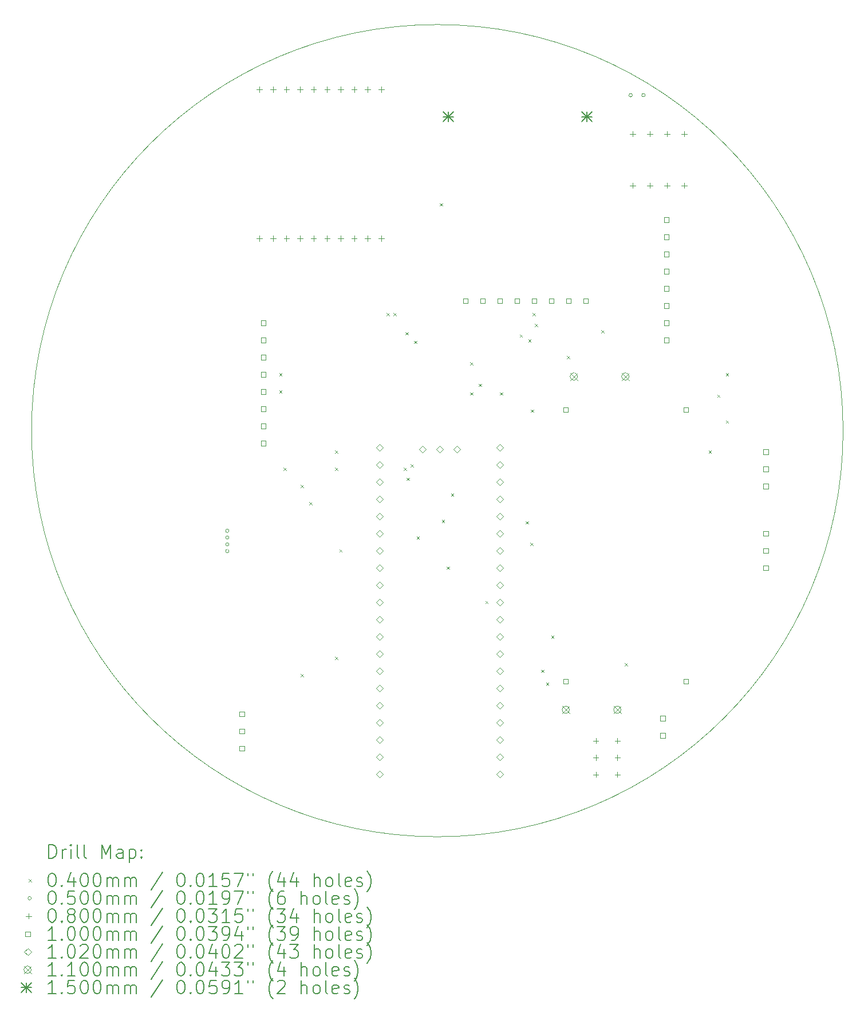
<source format=gbr>
%TF.GenerationSoftware,KiCad,Pcbnew,7.0.9*%
%TF.CreationDate,2023-11-23T17:00:37+01:00*%
%TF.ProjectId,astrasat1,61737472-6173-4617-9431-2e6b69636164,v1*%
%TF.SameCoordinates,Original*%
%TF.FileFunction,Drillmap*%
%TF.FilePolarity,Positive*%
%FSLAX45Y45*%
G04 Gerber Fmt 4.5, Leading zero omitted, Abs format (unit mm)*
G04 Created by KiCad (PCBNEW 7.0.9) date 2023-11-23 17:00:37*
%MOMM*%
%LPD*%
G01*
G04 APERTURE LIST*
%ADD10C,0.100000*%
%ADD11C,0.200000*%
%ADD12C,0.102000*%
%ADD13C,0.110000*%
%ADD14C,0.150000*%
G04 APERTURE END LIST*
D10*
X21181500Y-9436000D02*
G75*
G03*
X21181500Y-9436000I-6000000J0D01*
G01*
D11*
D10*
X12844000Y-8587000D02*
X12884000Y-8627000D01*
X12884000Y-8587000D02*
X12844000Y-8627000D01*
X12844000Y-8841000D02*
X12884000Y-8881000D01*
X12884000Y-8841000D02*
X12844000Y-8881000D01*
X12907500Y-9984000D02*
X12947500Y-10024000D01*
X12947500Y-9984000D02*
X12907500Y-10024000D01*
X13161500Y-10238000D02*
X13201500Y-10278000D01*
X13201500Y-10238000D02*
X13161500Y-10278000D01*
X13161500Y-13032000D02*
X13201500Y-13072000D01*
X13201500Y-13032000D02*
X13161500Y-13072000D01*
X13288500Y-10492000D02*
X13328500Y-10532000D01*
X13328500Y-10492000D02*
X13288500Y-10532000D01*
X13669500Y-9730000D02*
X13709500Y-9770000D01*
X13709500Y-9730000D02*
X13669500Y-9770000D01*
X13669500Y-9984000D02*
X13709500Y-10024000D01*
X13709500Y-9984000D02*
X13669500Y-10024000D01*
X13669500Y-12778000D02*
X13709500Y-12818000D01*
X13709500Y-12778000D02*
X13669500Y-12818000D01*
X13733000Y-11190500D02*
X13773000Y-11230500D01*
X13773000Y-11190500D02*
X13733000Y-11230500D01*
X14431500Y-7698000D02*
X14471500Y-7738000D01*
X14471500Y-7698000D02*
X14431500Y-7738000D01*
X14533100Y-7698000D02*
X14573100Y-7738000D01*
X14573100Y-7698000D02*
X14533100Y-7738000D01*
X14685500Y-9984000D02*
X14725500Y-10024000D01*
X14725500Y-9984000D02*
X14685500Y-10024000D01*
X14712000Y-7981000D02*
X14752000Y-8021000D01*
X14752000Y-7981000D02*
X14712000Y-8021000D01*
X14729520Y-10130480D02*
X14769520Y-10170480D01*
X14769520Y-10130480D02*
X14729520Y-10170480D01*
X14787100Y-9933200D02*
X14827100Y-9973200D01*
X14827100Y-9933200D02*
X14787100Y-9973200D01*
X14839000Y-8108000D02*
X14879000Y-8148000D01*
X14879000Y-8108000D02*
X14839000Y-8148000D01*
X14876000Y-11000000D02*
X14916000Y-11040000D01*
X14916000Y-11000000D02*
X14876000Y-11040000D01*
X15220000Y-6076000D02*
X15260000Y-6116000D01*
X15260000Y-6076000D02*
X15220000Y-6116000D01*
X15248050Y-10753210D02*
X15288050Y-10793210D01*
X15288050Y-10753210D02*
X15248050Y-10793210D01*
X15320500Y-11444500D02*
X15360500Y-11484500D01*
X15360500Y-11444500D02*
X15320500Y-11484500D01*
X15384000Y-10365000D02*
X15424000Y-10405000D01*
X15424000Y-10365000D02*
X15384000Y-10405000D01*
X15664500Y-8425500D02*
X15704500Y-8465500D01*
X15704500Y-8425500D02*
X15664500Y-8465500D01*
X15664500Y-8870000D02*
X15704500Y-8910000D01*
X15704500Y-8870000D02*
X15664500Y-8910000D01*
X15791500Y-8743000D02*
X15831500Y-8783000D01*
X15831500Y-8743000D02*
X15791500Y-8783000D01*
X15892000Y-11952500D02*
X15932000Y-11992500D01*
X15932000Y-11952500D02*
X15892000Y-11992500D01*
X16109000Y-8870000D02*
X16149000Y-8910000D01*
X16149000Y-8870000D02*
X16109000Y-8910000D01*
X16400000Y-8015500D02*
X16440000Y-8055500D01*
X16440000Y-8015500D02*
X16400000Y-8055500D01*
X16490000Y-10775000D02*
X16530000Y-10815000D01*
X16530000Y-10775000D02*
X16490000Y-10815000D01*
X16527000Y-8087950D02*
X16567000Y-8127950D01*
X16567000Y-8087950D02*
X16527000Y-8127950D01*
X16553500Y-11092500D02*
X16593500Y-11132500D01*
X16593500Y-11092500D02*
X16553500Y-11132500D01*
X16562450Y-9124000D02*
X16602450Y-9164000D01*
X16602450Y-9124000D02*
X16562450Y-9164000D01*
X16590500Y-7698000D02*
X16630500Y-7738000D01*
X16630500Y-7698000D02*
X16590500Y-7738000D01*
X16622250Y-7856750D02*
X16662250Y-7896750D01*
X16662250Y-7856750D02*
X16622250Y-7896750D01*
X16717500Y-12968500D02*
X16757500Y-13008500D01*
X16757500Y-12968500D02*
X16717500Y-13008500D01*
X16789950Y-13159000D02*
X16829950Y-13199000D01*
X16829950Y-13159000D02*
X16789950Y-13199000D01*
X16865920Y-12461560D02*
X16905920Y-12501560D01*
X16905920Y-12461560D02*
X16865920Y-12501560D01*
X17098500Y-8333000D02*
X17138500Y-8373000D01*
X17138500Y-8333000D02*
X17098500Y-8373000D01*
X17606500Y-7952000D02*
X17646500Y-7992000D01*
X17646500Y-7952000D02*
X17606500Y-7992000D01*
X17950500Y-12870500D02*
X17990500Y-12910500D01*
X17990500Y-12870500D02*
X17950500Y-12910500D01*
X19194000Y-9730000D02*
X19234000Y-9770000D01*
X19234000Y-9730000D02*
X19194000Y-9770000D01*
X19321000Y-8904500D02*
X19361000Y-8944500D01*
X19361000Y-8904500D02*
X19321000Y-8944500D01*
X19448000Y-8587000D02*
X19488000Y-8627000D01*
X19488000Y-8587000D02*
X19448000Y-8627000D01*
X19448000Y-9285500D02*
X19488000Y-9325500D01*
X19488000Y-9285500D02*
X19448000Y-9325500D01*
X12100500Y-10915800D02*
G75*
G03*
X12100500Y-10915800I-25000J0D01*
G01*
X12100500Y-11015800D02*
G75*
G03*
X12100500Y-11015800I-25000J0D01*
G01*
X12100500Y-11115800D02*
G75*
G03*
X12100500Y-11115800I-25000J0D01*
G01*
X12100500Y-11215800D02*
G75*
G03*
X12100500Y-11215800I-25000J0D01*
G01*
X18064500Y-4479500D02*
G75*
G03*
X18064500Y-4479500I-25000J0D01*
G01*
X18254500Y-4479500D02*
G75*
G03*
X18254500Y-4479500I-25000J0D01*
G01*
X12552000Y-4355500D02*
X12552000Y-4435500D01*
X12512000Y-4395500D02*
X12592000Y-4395500D01*
X12552000Y-6555500D02*
X12552000Y-6635500D01*
X12512000Y-6595500D02*
X12592000Y-6595500D01*
X12752000Y-4355500D02*
X12752000Y-4435500D01*
X12712000Y-4395500D02*
X12792000Y-4395500D01*
X12752000Y-6555500D02*
X12752000Y-6635500D01*
X12712000Y-6595500D02*
X12792000Y-6595500D01*
X12952000Y-4355500D02*
X12952000Y-4435500D01*
X12912000Y-4395500D02*
X12992000Y-4395500D01*
X12952000Y-6555500D02*
X12952000Y-6635500D01*
X12912000Y-6595500D02*
X12992000Y-6595500D01*
X13152000Y-4355500D02*
X13152000Y-4435500D01*
X13112000Y-4395500D02*
X13192000Y-4395500D01*
X13152000Y-6555500D02*
X13152000Y-6635500D01*
X13112000Y-6595500D02*
X13192000Y-6595500D01*
X13352000Y-4355500D02*
X13352000Y-4435500D01*
X13312000Y-4395500D02*
X13392000Y-4395500D01*
X13352000Y-6555500D02*
X13352000Y-6635500D01*
X13312000Y-6595500D02*
X13392000Y-6595500D01*
X13552000Y-4355500D02*
X13552000Y-4435500D01*
X13512000Y-4395500D02*
X13592000Y-4395500D01*
X13552000Y-6555500D02*
X13552000Y-6635500D01*
X13512000Y-6595500D02*
X13592000Y-6595500D01*
X13752000Y-4355500D02*
X13752000Y-4435500D01*
X13712000Y-4395500D02*
X13792000Y-4395500D01*
X13752000Y-6555500D02*
X13752000Y-6635500D01*
X13712000Y-6595500D02*
X13792000Y-6595500D01*
X13952000Y-4355500D02*
X13952000Y-4435500D01*
X13912000Y-4395500D02*
X13992000Y-4395500D01*
X13952000Y-6555500D02*
X13952000Y-6635500D01*
X13912000Y-6595500D02*
X13992000Y-6595500D01*
X14152000Y-4355500D02*
X14152000Y-4435500D01*
X14112000Y-4395500D02*
X14192000Y-4395500D01*
X14152000Y-6555500D02*
X14152000Y-6635500D01*
X14112000Y-6595500D02*
X14192000Y-6595500D01*
X14352000Y-4355500D02*
X14352000Y-4435500D01*
X14312000Y-4395500D02*
X14392000Y-4395500D01*
X14352000Y-6555500D02*
X14352000Y-6635500D01*
X14312000Y-6595500D02*
X14392000Y-6595500D01*
X17526000Y-13977750D02*
X17526000Y-14057750D01*
X17486000Y-14017750D02*
X17566000Y-14017750D01*
X17526000Y-14227750D02*
X17526000Y-14307750D01*
X17486000Y-14267750D02*
X17566000Y-14267750D01*
X17526000Y-14477750D02*
X17526000Y-14557750D01*
X17486000Y-14517750D02*
X17566000Y-14517750D01*
X17846000Y-13977750D02*
X17846000Y-14057750D01*
X17806000Y-14017750D02*
X17886000Y-14017750D01*
X17846000Y-14227750D02*
X17846000Y-14307750D01*
X17806000Y-14267750D02*
X17886000Y-14267750D01*
X17846000Y-14477750D02*
X17846000Y-14557750D01*
X17806000Y-14517750D02*
X17886000Y-14517750D01*
X18070000Y-5012000D02*
X18070000Y-5092000D01*
X18030000Y-5052000D02*
X18110000Y-5052000D01*
X18070000Y-5774000D02*
X18070000Y-5854000D01*
X18030000Y-5814000D02*
X18110000Y-5814000D01*
X18324000Y-5012000D02*
X18324000Y-5092000D01*
X18284000Y-5052000D02*
X18364000Y-5052000D01*
X18324000Y-5774000D02*
X18324000Y-5854000D01*
X18284000Y-5814000D02*
X18364000Y-5814000D01*
X18578000Y-5012000D02*
X18578000Y-5092000D01*
X18538000Y-5052000D02*
X18618000Y-5052000D01*
X18578000Y-5774000D02*
X18578000Y-5854000D01*
X18538000Y-5814000D02*
X18618000Y-5814000D01*
X18832000Y-5012000D02*
X18832000Y-5092000D01*
X18792000Y-5052000D02*
X18872000Y-5052000D01*
X18832000Y-5774000D02*
X18832000Y-5854000D01*
X18792000Y-5814000D02*
X18872000Y-5814000D01*
X12327856Y-13658856D02*
X12327856Y-13588144D01*
X12257144Y-13588144D01*
X12257144Y-13658856D01*
X12327856Y-13658856D01*
X12327856Y-13912856D02*
X12327856Y-13842144D01*
X12257144Y-13842144D01*
X12257144Y-13912856D01*
X12327856Y-13912856D01*
X12327856Y-14166856D02*
X12327856Y-14096144D01*
X12257144Y-14096144D01*
X12257144Y-14166856D01*
X12327856Y-14166856D01*
X12645356Y-7880356D02*
X12645356Y-7809644D01*
X12574644Y-7809644D01*
X12574644Y-7880356D01*
X12645356Y-7880356D01*
X12645356Y-8134356D02*
X12645356Y-8063644D01*
X12574644Y-8063644D01*
X12574644Y-8134356D01*
X12645356Y-8134356D01*
X12645356Y-8388356D02*
X12645356Y-8317644D01*
X12574644Y-8317644D01*
X12574644Y-8388356D01*
X12645356Y-8388356D01*
X12645356Y-8642356D02*
X12645356Y-8571644D01*
X12574644Y-8571644D01*
X12574644Y-8642356D01*
X12645356Y-8642356D01*
X12645356Y-8896356D02*
X12645356Y-8825644D01*
X12574644Y-8825644D01*
X12574644Y-8896356D01*
X12645356Y-8896356D01*
X12645356Y-9150356D02*
X12645356Y-9079644D01*
X12574644Y-9079644D01*
X12574644Y-9150356D01*
X12645356Y-9150356D01*
X12645356Y-9404356D02*
X12645356Y-9333644D01*
X12574644Y-9333644D01*
X12574644Y-9404356D01*
X12645356Y-9404356D01*
X12645356Y-9658356D02*
X12645356Y-9587644D01*
X12574644Y-9587644D01*
X12574644Y-9658356D01*
X12645356Y-9658356D01*
X15633856Y-7552856D02*
X15633856Y-7482144D01*
X15563144Y-7482144D01*
X15563144Y-7552856D01*
X15633856Y-7552856D01*
X15887856Y-7552856D02*
X15887856Y-7482144D01*
X15817144Y-7482144D01*
X15817144Y-7552856D01*
X15887856Y-7552856D01*
X16141856Y-7552856D02*
X16141856Y-7482144D01*
X16071144Y-7482144D01*
X16071144Y-7552856D01*
X16141856Y-7552856D01*
X16395856Y-7552856D02*
X16395856Y-7482144D01*
X16325144Y-7482144D01*
X16325144Y-7552856D01*
X16395856Y-7552856D01*
X16649856Y-7552856D02*
X16649856Y-7482144D01*
X16579144Y-7482144D01*
X16579144Y-7552856D01*
X16649856Y-7552856D01*
X16903856Y-7552856D02*
X16903856Y-7482144D01*
X16833144Y-7482144D01*
X16833144Y-7552856D01*
X16903856Y-7552856D01*
X17116856Y-9164756D02*
X17116856Y-9094044D01*
X17046144Y-9094044D01*
X17046144Y-9164756D01*
X17116856Y-9164756D01*
X17116856Y-13177956D02*
X17116856Y-13107244D01*
X17046144Y-13107244D01*
X17046144Y-13177956D01*
X17116856Y-13177956D01*
X17157856Y-7552856D02*
X17157856Y-7482144D01*
X17087144Y-7482144D01*
X17087144Y-7552856D01*
X17157856Y-7552856D01*
X17411856Y-7552856D02*
X17411856Y-7482144D01*
X17341144Y-7482144D01*
X17341144Y-7552856D01*
X17411856Y-7552856D01*
X18550856Y-13722856D02*
X18550856Y-13652144D01*
X18480144Y-13652144D01*
X18480144Y-13722856D01*
X18550856Y-13722856D01*
X18550856Y-13976856D02*
X18550856Y-13906144D01*
X18480144Y-13906144D01*
X18480144Y-13976856D01*
X18550856Y-13976856D01*
X18606356Y-6354356D02*
X18606356Y-6283644D01*
X18535644Y-6283644D01*
X18535644Y-6354356D01*
X18606356Y-6354356D01*
X18606356Y-6608356D02*
X18606356Y-6537644D01*
X18535644Y-6537644D01*
X18535644Y-6608356D01*
X18606356Y-6608356D01*
X18606356Y-6862356D02*
X18606356Y-6791644D01*
X18535644Y-6791644D01*
X18535644Y-6862356D01*
X18606356Y-6862356D01*
X18606356Y-7116356D02*
X18606356Y-7045644D01*
X18535644Y-7045644D01*
X18535644Y-7116356D01*
X18606356Y-7116356D01*
X18606356Y-7370356D02*
X18606356Y-7299644D01*
X18535644Y-7299644D01*
X18535644Y-7370356D01*
X18606356Y-7370356D01*
X18606356Y-7624356D02*
X18606356Y-7553644D01*
X18535644Y-7553644D01*
X18535644Y-7624356D01*
X18606356Y-7624356D01*
X18606356Y-7878356D02*
X18606356Y-7807644D01*
X18535644Y-7807644D01*
X18535644Y-7878356D01*
X18606356Y-7878356D01*
X18606356Y-8132356D02*
X18606356Y-8061644D01*
X18535644Y-8061644D01*
X18535644Y-8132356D01*
X18606356Y-8132356D01*
X18894856Y-9164756D02*
X18894856Y-9094044D01*
X18824144Y-9094044D01*
X18824144Y-9164756D01*
X18894856Y-9164756D01*
X18894856Y-13177956D02*
X18894856Y-13107244D01*
X18824144Y-13107244D01*
X18824144Y-13177956D01*
X18894856Y-13177956D01*
X20074856Y-9783856D02*
X20074856Y-9713144D01*
X20004144Y-9713144D01*
X20004144Y-9783856D01*
X20074856Y-9783856D01*
X20074856Y-10037856D02*
X20074856Y-9967144D01*
X20004144Y-9967144D01*
X20004144Y-10037856D01*
X20074856Y-10037856D01*
X20074856Y-10291856D02*
X20074856Y-10221144D01*
X20004144Y-10221144D01*
X20004144Y-10291856D01*
X20074856Y-10291856D01*
X20074856Y-10990356D02*
X20074856Y-10919644D01*
X20004144Y-10919644D01*
X20004144Y-10990356D01*
X20074856Y-10990356D01*
X20074856Y-11244356D02*
X20074856Y-11173644D01*
X20004144Y-11173644D01*
X20004144Y-11244356D01*
X20074856Y-11244356D01*
X20074856Y-11498356D02*
X20074856Y-11427644D01*
X20004144Y-11427644D01*
X20004144Y-11498356D01*
X20074856Y-11498356D01*
D12*
X14324500Y-9737500D02*
X14375500Y-9686500D01*
X14324500Y-9635500D01*
X14273500Y-9686500D01*
X14324500Y-9737500D01*
X14324500Y-9991500D02*
X14375500Y-9940500D01*
X14324500Y-9889500D01*
X14273500Y-9940500D01*
X14324500Y-9991500D01*
X14324500Y-10245500D02*
X14375500Y-10194500D01*
X14324500Y-10143500D01*
X14273500Y-10194500D01*
X14324500Y-10245500D01*
X14324500Y-10499500D02*
X14375500Y-10448500D01*
X14324500Y-10397500D01*
X14273500Y-10448500D01*
X14324500Y-10499500D01*
X14324500Y-10753500D02*
X14375500Y-10702500D01*
X14324500Y-10651500D01*
X14273500Y-10702500D01*
X14324500Y-10753500D01*
X14324500Y-11007500D02*
X14375500Y-10956500D01*
X14324500Y-10905500D01*
X14273500Y-10956500D01*
X14324500Y-11007500D01*
X14324500Y-11261500D02*
X14375500Y-11210500D01*
X14324500Y-11159500D01*
X14273500Y-11210500D01*
X14324500Y-11261500D01*
X14324500Y-11515500D02*
X14375500Y-11464500D01*
X14324500Y-11413500D01*
X14273500Y-11464500D01*
X14324500Y-11515500D01*
X14324500Y-11769500D02*
X14375500Y-11718500D01*
X14324500Y-11667500D01*
X14273500Y-11718500D01*
X14324500Y-11769500D01*
X14324500Y-12023500D02*
X14375500Y-11972500D01*
X14324500Y-11921500D01*
X14273500Y-11972500D01*
X14324500Y-12023500D01*
X14324500Y-12277500D02*
X14375500Y-12226500D01*
X14324500Y-12175500D01*
X14273500Y-12226500D01*
X14324500Y-12277500D01*
X14324500Y-12531500D02*
X14375500Y-12480500D01*
X14324500Y-12429500D01*
X14273500Y-12480500D01*
X14324500Y-12531500D01*
X14324500Y-12785500D02*
X14375500Y-12734500D01*
X14324500Y-12683500D01*
X14273500Y-12734500D01*
X14324500Y-12785500D01*
X14324500Y-13039500D02*
X14375500Y-12988500D01*
X14324500Y-12937500D01*
X14273500Y-12988500D01*
X14324500Y-13039500D01*
X14324500Y-13293500D02*
X14375500Y-13242500D01*
X14324500Y-13191500D01*
X14273500Y-13242500D01*
X14324500Y-13293500D01*
X14324500Y-13547500D02*
X14375500Y-13496500D01*
X14324500Y-13445500D01*
X14273500Y-13496500D01*
X14324500Y-13547500D01*
X14324500Y-13801500D02*
X14375500Y-13750500D01*
X14324500Y-13699500D01*
X14273500Y-13750500D01*
X14324500Y-13801500D01*
X14324500Y-14055500D02*
X14375500Y-14004500D01*
X14324500Y-13953500D01*
X14273500Y-14004500D01*
X14324500Y-14055500D01*
X14324500Y-14309500D02*
X14375500Y-14258500D01*
X14324500Y-14207500D01*
X14273500Y-14258500D01*
X14324500Y-14309500D01*
X14324500Y-14563500D02*
X14375500Y-14512500D01*
X14324500Y-14461500D01*
X14273500Y-14512500D01*
X14324500Y-14563500D01*
X14959500Y-9760500D02*
X15010500Y-9709500D01*
X14959500Y-9658500D01*
X14908500Y-9709500D01*
X14959500Y-9760500D01*
X15213500Y-9760500D02*
X15264500Y-9709500D01*
X15213500Y-9658500D01*
X15162500Y-9709500D01*
X15213500Y-9760500D01*
X15467500Y-9760500D02*
X15518500Y-9709500D01*
X15467500Y-9658500D01*
X15416500Y-9709500D01*
X15467500Y-9760500D01*
X16102500Y-9737500D02*
X16153500Y-9686500D01*
X16102500Y-9635500D01*
X16051500Y-9686500D01*
X16102500Y-9737500D01*
X16102500Y-9991500D02*
X16153500Y-9940500D01*
X16102500Y-9889500D01*
X16051500Y-9940500D01*
X16102500Y-9991500D01*
X16102500Y-10245500D02*
X16153500Y-10194500D01*
X16102500Y-10143500D01*
X16051500Y-10194500D01*
X16102500Y-10245500D01*
X16102500Y-10499500D02*
X16153500Y-10448500D01*
X16102500Y-10397500D01*
X16051500Y-10448500D01*
X16102500Y-10499500D01*
X16102500Y-10753500D02*
X16153500Y-10702500D01*
X16102500Y-10651500D01*
X16051500Y-10702500D01*
X16102500Y-10753500D01*
X16102500Y-11007500D02*
X16153500Y-10956500D01*
X16102500Y-10905500D01*
X16051500Y-10956500D01*
X16102500Y-11007500D01*
X16102500Y-11261500D02*
X16153500Y-11210500D01*
X16102500Y-11159500D01*
X16051500Y-11210500D01*
X16102500Y-11261500D01*
X16102500Y-11515500D02*
X16153500Y-11464500D01*
X16102500Y-11413500D01*
X16051500Y-11464500D01*
X16102500Y-11515500D01*
X16102500Y-11769500D02*
X16153500Y-11718500D01*
X16102500Y-11667500D01*
X16051500Y-11718500D01*
X16102500Y-11769500D01*
X16102500Y-12023500D02*
X16153500Y-11972500D01*
X16102500Y-11921500D01*
X16051500Y-11972500D01*
X16102500Y-12023500D01*
X16102500Y-12277500D02*
X16153500Y-12226500D01*
X16102500Y-12175500D01*
X16051500Y-12226500D01*
X16102500Y-12277500D01*
X16102500Y-12531500D02*
X16153500Y-12480500D01*
X16102500Y-12429500D01*
X16051500Y-12480500D01*
X16102500Y-12531500D01*
X16102500Y-12785500D02*
X16153500Y-12734500D01*
X16102500Y-12683500D01*
X16051500Y-12734500D01*
X16102500Y-12785500D01*
X16102500Y-13039500D02*
X16153500Y-12988500D01*
X16102500Y-12937500D01*
X16051500Y-12988500D01*
X16102500Y-13039500D01*
X16102500Y-13293500D02*
X16153500Y-13242500D01*
X16102500Y-13191500D01*
X16051500Y-13242500D01*
X16102500Y-13293500D01*
X16102500Y-13547500D02*
X16153500Y-13496500D01*
X16102500Y-13445500D01*
X16051500Y-13496500D01*
X16102500Y-13547500D01*
X16102500Y-13801500D02*
X16153500Y-13750500D01*
X16102500Y-13699500D01*
X16051500Y-13750500D01*
X16102500Y-13801500D01*
X16102500Y-14055500D02*
X16153500Y-14004500D01*
X16102500Y-13953500D01*
X16051500Y-14004500D01*
X16102500Y-14055500D01*
X16102500Y-14309500D02*
X16153500Y-14258500D01*
X16102500Y-14207500D01*
X16051500Y-14258500D01*
X16102500Y-14309500D01*
X16102500Y-14563500D02*
X16153500Y-14512500D01*
X16102500Y-14461500D01*
X16051500Y-14512500D01*
X16102500Y-14563500D01*
D13*
X17026500Y-13505000D02*
X17136500Y-13615000D01*
X17136500Y-13505000D02*
X17026500Y-13615000D01*
X17136500Y-13560000D02*
G75*
G03*
X17136500Y-13560000I-55000J0D01*
G01*
X17145500Y-8581000D02*
X17255500Y-8691000D01*
X17255500Y-8581000D02*
X17145500Y-8691000D01*
X17255500Y-8636000D02*
G75*
G03*
X17255500Y-8636000I-55000J0D01*
G01*
X17788500Y-13505000D02*
X17898500Y-13615000D01*
X17898500Y-13505000D02*
X17788500Y-13615000D01*
X17898500Y-13560000D02*
G75*
G03*
X17898500Y-13560000I-55000J0D01*
G01*
X17907500Y-8581000D02*
X18017500Y-8691000D01*
X18017500Y-8581000D02*
X17907500Y-8691000D01*
X18017500Y-8636000D02*
G75*
G03*
X18017500Y-8636000I-55000J0D01*
G01*
D14*
X15267000Y-4722000D02*
X15417000Y-4872000D01*
X15417000Y-4722000D02*
X15267000Y-4872000D01*
X15342000Y-4722000D02*
X15342000Y-4872000D01*
X15267000Y-4797000D02*
X15417000Y-4797000D01*
X17316000Y-4722000D02*
X17466000Y-4872000D01*
X17466000Y-4722000D02*
X17316000Y-4872000D01*
X17391000Y-4722000D02*
X17391000Y-4872000D01*
X17316000Y-4797000D02*
X17466000Y-4797000D01*
D11*
X9437277Y-15752484D02*
X9437277Y-15552484D01*
X9437277Y-15552484D02*
X9484896Y-15552484D01*
X9484896Y-15552484D02*
X9513467Y-15562008D01*
X9513467Y-15562008D02*
X9532515Y-15581055D01*
X9532515Y-15581055D02*
X9542039Y-15600103D01*
X9542039Y-15600103D02*
X9551563Y-15638198D01*
X9551563Y-15638198D02*
X9551563Y-15666769D01*
X9551563Y-15666769D02*
X9542039Y-15704865D01*
X9542039Y-15704865D02*
X9532515Y-15723912D01*
X9532515Y-15723912D02*
X9513467Y-15742960D01*
X9513467Y-15742960D02*
X9484896Y-15752484D01*
X9484896Y-15752484D02*
X9437277Y-15752484D01*
X9637277Y-15752484D02*
X9637277Y-15619150D01*
X9637277Y-15657246D02*
X9646801Y-15638198D01*
X9646801Y-15638198D02*
X9656324Y-15628674D01*
X9656324Y-15628674D02*
X9675372Y-15619150D01*
X9675372Y-15619150D02*
X9694420Y-15619150D01*
X9761086Y-15752484D02*
X9761086Y-15619150D01*
X9761086Y-15552484D02*
X9751563Y-15562008D01*
X9751563Y-15562008D02*
X9761086Y-15571531D01*
X9761086Y-15571531D02*
X9770610Y-15562008D01*
X9770610Y-15562008D02*
X9761086Y-15552484D01*
X9761086Y-15552484D02*
X9761086Y-15571531D01*
X9884896Y-15752484D02*
X9865848Y-15742960D01*
X9865848Y-15742960D02*
X9856324Y-15723912D01*
X9856324Y-15723912D02*
X9856324Y-15552484D01*
X9989658Y-15752484D02*
X9970610Y-15742960D01*
X9970610Y-15742960D02*
X9961086Y-15723912D01*
X9961086Y-15723912D02*
X9961086Y-15552484D01*
X10218229Y-15752484D02*
X10218229Y-15552484D01*
X10218229Y-15552484D02*
X10284896Y-15695341D01*
X10284896Y-15695341D02*
X10351563Y-15552484D01*
X10351563Y-15552484D02*
X10351563Y-15752484D01*
X10532515Y-15752484D02*
X10532515Y-15647722D01*
X10532515Y-15647722D02*
X10522991Y-15628674D01*
X10522991Y-15628674D02*
X10503944Y-15619150D01*
X10503944Y-15619150D02*
X10465848Y-15619150D01*
X10465848Y-15619150D02*
X10446801Y-15628674D01*
X10532515Y-15742960D02*
X10513467Y-15752484D01*
X10513467Y-15752484D02*
X10465848Y-15752484D01*
X10465848Y-15752484D02*
X10446801Y-15742960D01*
X10446801Y-15742960D02*
X10437277Y-15723912D01*
X10437277Y-15723912D02*
X10437277Y-15704865D01*
X10437277Y-15704865D02*
X10446801Y-15685817D01*
X10446801Y-15685817D02*
X10465848Y-15676293D01*
X10465848Y-15676293D02*
X10513467Y-15676293D01*
X10513467Y-15676293D02*
X10532515Y-15666769D01*
X10627753Y-15619150D02*
X10627753Y-15819150D01*
X10627753Y-15628674D02*
X10646801Y-15619150D01*
X10646801Y-15619150D02*
X10684896Y-15619150D01*
X10684896Y-15619150D02*
X10703944Y-15628674D01*
X10703944Y-15628674D02*
X10713467Y-15638198D01*
X10713467Y-15638198D02*
X10722991Y-15657246D01*
X10722991Y-15657246D02*
X10722991Y-15714388D01*
X10722991Y-15714388D02*
X10713467Y-15733436D01*
X10713467Y-15733436D02*
X10703944Y-15742960D01*
X10703944Y-15742960D02*
X10684896Y-15752484D01*
X10684896Y-15752484D02*
X10646801Y-15752484D01*
X10646801Y-15752484D02*
X10627753Y-15742960D01*
X10808705Y-15733436D02*
X10818229Y-15742960D01*
X10818229Y-15742960D02*
X10808705Y-15752484D01*
X10808705Y-15752484D02*
X10799182Y-15742960D01*
X10799182Y-15742960D02*
X10808705Y-15733436D01*
X10808705Y-15733436D02*
X10808705Y-15752484D01*
X10808705Y-15628674D02*
X10818229Y-15638198D01*
X10818229Y-15638198D02*
X10808705Y-15647722D01*
X10808705Y-15647722D02*
X10799182Y-15638198D01*
X10799182Y-15638198D02*
X10808705Y-15628674D01*
X10808705Y-15628674D02*
X10808705Y-15647722D01*
D10*
X9136500Y-16061000D02*
X9176500Y-16101000D01*
X9176500Y-16061000D02*
X9136500Y-16101000D01*
D11*
X9475372Y-15972484D02*
X9494420Y-15972484D01*
X9494420Y-15972484D02*
X9513467Y-15982008D01*
X9513467Y-15982008D02*
X9522991Y-15991531D01*
X9522991Y-15991531D02*
X9532515Y-16010579D01*
X9532515Y-16010579D02*
X9542039Y-16048674D01*
X9542039Y-16048674D02*
X9542039Y-16096293D01*
X9542039Y-16096293D02*
X9532515Y-16134388D01*
X9532515Y-16134388D02*
X9522991Y-16153436D01*
X9522991Y-16153436D02*
X9513467Y-16162960D01*
X9513467Y-16162960D02*
X9494420Y-16172484D01*
X9494420Y-16172484D02*
X9475372Y-16172484D01*
X9475372Y-16172484D02*
X9456324Y-16162960D01*
X9456324Y-16162960D02*
X9446801Y-16153436D01*
X9446801Y-16153436D02*
X9437277Y-16134388D01*
X9437277Y-16134388D02*
X9427753Y-16096293D01*
X9427753Y-16096293D02*
X9427753Y-16048674D01*
X9427753Y-16048674D02*
X9437277Y-16010579D01*
X9437277Y-16010579D02*
X9446801Y-15991531D01*
X9446801Y-15991531D02*
X9456324Y-15982008D01*
X9456324Y-15982008D02*
X9475372Y-15972484D01*
X9627753Y-16153436D02*
X9637277Y-16162960D01*
X9637277Y-16162960D02*
X9627753Y-16172484D01*
X9627753Y-16172484D02*
X9618229Y-16162960D01*
X9618229Y-16162960D02*
X9627753Y-16153436D01*
X9627753Y-16153436D02*
X9627753Y-16172484D01*
X9808705Y-16039150D02*
X9808705Y-16172484D01*
X9761086Y-15962960D02*
X9713467Y-16105817D01*
X9713467Y-16105817D02*
X9837277Y-16105817D01*
X9951563Y-15972484D02*
X9970610Y-15972484D01*
X9970610Y-15972484D02*
X9989658Y-15982008D01*
X9989658Y-15982008D02*
X9999182Y-15991531D01*
X9999182Y-15991531D02*
X10008705Y-16010579D01*
X10008705Y-16010579D02*
X10018229Y-16048674D01*
X10018229Y-16048674D02*
X10018229Y-16096293D01*
X10018229Y-16096293D02*
X10008705Y-16134388D01*
X10008705Y-16134388D02*
X9999182Y-16153436D01*
X9999182Y-16153436D02*
X9989658Y-16162960D01*
X9989658Y-16162960D02*
X9970610Y-16172484D01*
X9970610Y-16172484D02*
X9951563Y-16172484D01*
X9951563Y-16172484D02*
X9932515Y-16162960D01*
X9932515Y-16162960D02*
X9922991Y-16153436D01*
X9922991Y-16153436D02*
X9913467Y-16134388D01*
X9913467Y-16134388D02*
X9903944Y-16096293D01*
X9903944Y-16096293D02*
X9903944Y-16048674D01*
X9903944Y-16048674D02*
X9913467Y-16010579D01*
X9913467Y-16010579D02*
X9922991Y-15991531D01*
X9922991Y-15991531D02*
X9932515Y-15982008D01*
X9932515Y-15982008D02*
X9951563Y-15972484D01*
X10142039Y-15972484D02*
X10161086Y-15972484D01*
X10161086Y-15972484D02*
X10180134Y-15982008D01*
X10180134Y-15982008D02*
X10189658Y-15991531D01*
X10189658Y-15991531D02*
X10199182Y-16010579D01*
X10199182Y-16010579D02*
X10208705Y-16048674D01*
X10208705Y-16048674D02*
X10208705Y-16096293D01*
X10208705Y-16096293D02*
X10199182Y-16134388D01*
X10199182Y-16134388D02*
X10189658Y-16153436D01*
X10189658Y-16153436D02*
X10180134Y-16162960D01*
X10180134Y-16162960D02*
X10161086Y-16172484D01*
X10161086Y-16172484D02*
X10142039Y-16172484D01*
X10142039Y-16172484D02*
X10122991Y-16162960D01*
X10122991Y-16162960D02*
X10113467Y-16153436D01*
X10113467Y-16153436D02*
X10103944Y-16134388D01*
X10103944Y-16134388D02*
X10094420Y-16096293D01*
X10094420Y-16096293D02*
X10094420Y-16048674D01*
X10094420Y-16048674D02*
X10103944Y-16010579D01*
X10103944Y-16010579D02*
X10113467Y-15991531D01*
X10113467Y-15991531D02*
X10122991Y-15982008D01*
X10122991Y-15982008D02*
X10142039Y-15972484D01*
X10294420Y-16172484D02*
X10294420Y-16039150D01*
X10294420Y-16058198D02*
X10303944Y-16048674D01*
X10303944Y-16048674D02*
X10322991Y-16039150D01*
X10322991Y-16039150D02*
X10351563Y-16039150D01*
X10351563Y-16039150D02*
X10370610Y-16048674D01*
X10370610Y-16048674D02*
X10380134Y-16067722D01*
X10380134Y-16067722D02*
X10380134Y-16172484D01*
X10380134Y-16067722D02*
X10389658Y-16048674D01*
X10389658Y-16048674D02*
X10408705Y-16039150D01*
X10408705Y-16039150D02*
X10437277Y-16039150D01*
X10437277Y-16039150D02*
X10456325Y-16048674D01*
X10456325Y-16048674D02*
X10465848Y-16067722D01*
X10465848Y-16067722D02*
X10465848Y-16172484D01*
X10561086Y-16172484D02*
X10561086Y-16039150D01*
X10561086Y-16058198D02*
X10570610Y-16048674D01*
X10570610Y-16048674D02*
X10589658Y-16039150D01*
X10589658Y-16039150D02*
X10618229Y-16039150D01*
X10618229Y-16039150D02*
X10637277Y-16048674D01*
X10637277Y-16048674D02*
X10646801Y-16067722D01*
X10646801Y-16067722D02*
X10646801Y-16172484D01*
X10646801Y-16067722D02*
X10656325Y-16048674D01*
X10656325Y-16048674D02*
X10675372Y-16039150D01*
X10675372Y-16039150D02*
X10703944Y-16039150D01*
X10703944Y-16039150D02*
X10722991Y-16048674D01*
X10722991Y-16048674D02*
X10732515Y-16067722D01*
X10732515Y-16067722D02*
X10732515Y-16172484D01*
X11122991Y-15962960D02*
X10951563Y-16220103D01*
X11380134Y-15972484D02*
X11399182Y-15972484D01*
X11399182Y-15972484D02*
X11418229Y-15982008D01*
X11418229Y-15982008D02*
X11427753Y-15991531D01*
X11427753Y-15991531D02*
X11437277Y-16010579D01*
X11437277Y-16010579D02*
X11446801Y-16048674D01*
X11446801Y-16048674D02*
X11446801Y-16096293D01*
X11446801Y-16096293D02*
X11437277Y-16134388D01*
X11437277Y-16134388D02*
X11427753Y-16153436D01*
X11427753Y-16153436D02*
X11418229Y-16162960D01*
X11418229Y-16162960D02*
X11399182Y-16172484D01*
X11399182Y-16172484D02*
X11380134Y-16172484D01*
X11380134Y-16172484D02*
X11361086Y-16162960D01*
X11361086Y-16162960D02*
X11351563Y-16153436D01*
X11351563Y-16153436D02*
X11342039Y-16134388D01*
X11342039Y-16134388D02*
X11332515Y-16096293D01*
X11332515Y-16096293D02*
X11332515Y-16048674D01*
X11332515Y-16048674D02*
X11342039Y-16010579D01*
X11342039Y-16010579D02*
X11351563Y-15991531D01*
X11351563Y-15991531D02*
X11361086Y-15982008D01*
X11361086Y-15982008D02*
X11380134Y-15972484D01*
X11532515Y-16153436D02*
X11542039Y-16162960D01*
X11542039Y-16162960D02*
X11532515Y-16172484D01*
X11532515Y-16172484D02*
X11522991Y-16162960D01*
X11522991Y-16162960D02*
X11532515Y-16153436D01*
X11532515Y-16153436D02*
X11532515Y-16172484D01*
X11665848Y-15972484D02*
X11684896Y-15972484D01*
X11684896Y-15972484D02*
X11703944Y-15982008D01*
X11703944Y-15982008D02*
X11713467Y-15991531D01*
X11713467Y-15991531D02*
X11722991Y-16010579D01*
X11722991Y-16010579D02*
X11732515Y-16048674D01*
X11732515Y-16048674D02*
X11732515Y-16096293D01*
X11732515Y-16096293D02*
X11722991Y-16134388D01*
X11722991Y-16134388D02*
X11713467Y-16153436D01*
X11713467Y-16153436D02*
X11703944Y-16162960D01*
X11703944Y-16162960D02*
X11684896Y-16172484D01*
X11684896Y-16172484D02*
X11665848Y-16172484D01*
X11665848Y-16172484D02*
X11646801Y-16162960D01*
X11646801Y-16162960D02*
X11637277Y-16153436D01*
X11637277Y-16153436D02*
X11627753Y-16134388D01*
X11627753Y-16134388D02*
X11618229Y-16096293D01*
X11618229Y-16096293D02*
X11618229Y-16048674D01*
X11618229Y-16048674D02*
X11627753Y-16010579D01*
X11627753Y-16010579D02*
X11637277Y-15991531D01*
X11637277Y-15991531D02*
X11646801Y-15982008D01*
X11646801Y-15982008D02*
X11665848Y-15972484D01*
X11922991Y-16172484D02*
X11808706Y-16172484D01*
X11865848Y-16172484D02*
X11865848Y-15972484D01*
X11865848Y-15972484D02*
X11846801Y-16001055D01*
X11846801Y-16001055D02*
X11827753Y-16020103D01*
X11827753Y-16020103D02*
X11808706Y-16029627D01*
X12103944Y-15972484D02*
X12008706Y-15972484D01*
X12008706Y-15972484D02*
X11999182Y-16067722D01*
X11999182Y-16067722D02*
X12008706Y-16058198D01*
X12008706Y-16058198D02*
X12027753Y-16048674D01*
X12027753Y-16048674D02*
X12075372Y-16048674D01*
X12075372Y-16048674D02*
X12094420Y-16058198D01*
X12094420Y-16058198D02*
X12103944Y-16067722D01*
X12103944Y-16067722D02*
X12113467Y-16086769D01*
X12113467Y-16086769D02*
X12113467Y-16134388D01*
X12113467Y-16134388D02*
X12103944Y-16153436D01*
X12103944Y-16153436D02*
X12094420Y-16162960D01*
X12094420Y-16162960D02*
X12075372Y-16172484D01*
X12075372Y-16172484D02*
X12027753Y-16172484D01*
X12027753Y-16172484D02*
X12008706Y-16162960D01*
X12008706Y-16162960D02*
X11999182Y-16153436D01*
X12180134Y-15972484D02*
X12313467Y-15972484D01*
X12313467Y-15972484D02*
X12227753Y-16172484D01*
X12380134Y-15972484D02*
X12380134Y-16010579D01*
X12456325Y-15972484D02*
X12456325Y-16010579D01*
X12751563Y-16248674D02*
X12742039Y-16239150D01*
X12742039Y-16239150D02*
X12722991Y-16210579D01*
X12722991Y-16210579D02*
X12713468Y-16191531D01*
X12713468Y-16191531D02*
X12703944Y-16162960D01*
X12703944Y-16162960D02*
X12694420Y-16115341D01*
X12694420Y-16115341D02*
X12694420Y-16077246D01*
X12694420Y-16077246D02*
X12703944Y-16029627D01*
X12703944Y-16029627D02*
X12713468Y-16001055D01*
X12713468Y-16001055D02*
X12722991Y-15982008D01*
X12722991Y-15982008D02*
X12742039Y-15953436D01*
X12742039Y-15953436D02*
X12751563Y-15943912D01*
X12913468Y-16039150D02*
X12913468Y-16172484D01*
X12865848Y-15962960D02*
X12818229Y-16105817D01*
X12818229Y-16105817D02*
X12942039Y-16105817D01*
X13103944Y-16039150D02*
X13103944Y-16172484D01*
X13056325Y-15962960D02*
X13008706Y-16105817D01*
X13008706Y-16105817D02*
X13132515Y-16105817D01*
X13361087Y-16172484D02*
X13361087Y-15972484D01*
X13446801Y-16172484D02*
X13446801Y-16067722D01*
X13446801Y-16067722D02*
X13437277Y-16048674D01*
X13437277Y-16048674D02*
X13418230Y-16039150D01*
X13418230Y-16039150D02*
X13389658Y-16039150D01*
X13389658Y-16039150D02*
X13370610Y-16048674D01*
X13370610Y-16048674D02*
X13361087Y-16058198D01*
X13570610Y-16172484D02*
X13551563Y-16162960D01*
X13551563Y-16162960D02*
X13542039Y-16153436D01*
X13542039Y-16153436D02*
X13532515Y-16134388D01*
X13532515Y-16134388D02*
X13532515Y-16077246D01*
X13532515Y-16077246D02*
X13542039Y-16058198D01*
X13542039Y-16058198D02*
X13551563Y-16048674D01*
X13551563Y-16048674D02*
X13570610Y-16039150D01*
X13570610Y-16039150D02*
X13599182Y-16039150D01*
X13599182Y-16039150D02*
X13618230Y-16048674D01*
X13618230Y-16048674D02*
X13627753Y-16058198D01*
X13627753Y-16058198D02*
X13637277Y-16077246D01*
X13637277Y-16077246D02*
X13637277Y-16134388D01*
X13637277Y-16134388D02*
X13627753Y-16153436D01*
X13627753Y-16153436D02*
X13618230Y-16162960D01*
X13618230Y-16162960D02*
X13599182Y-16172484D01*
X13599182Y-16172484D02*
X13570610Y-16172484D01*
X13751563Y-16172484D02*
X13732515Y-16162960D01*
X13732515Y-16162960D02*
X13722991Y-16143912D01*
X13722991Y-16143912D02*
X13722991Y-15972484D01*
X13903944Y-16162960D02*
X13884896Y-16172484D01*
X13884896Y-16172484D02*
X13846801Y-16172484D01*
X13846801Y-16172484D02*
X13827753Y-16162960D01*
X13827753Y-16162960D02*
X13818230Y-16143912D01*
X13818230Y-16143912D02*
X13818230Y-16067722D01*
X13818230Y-16067722D02*
X13827753Y-16048674D01*
X13827753Y-16048674D02*
X13846801Y-16039150D01*
X13846801Y-16039150D02*
X13884896Y-16039150D01*
X13884896Y-16039150D02*
X13903944Y-16048674D01*
X13903944Y-16048674D02*
X13913468Y-16067722D01*
X13913468Y-16067722D02*
X13913468Y-16086769D01*
X13913468Y-16086769D02*
X13818230Y-16105817D01*
X13989658Y-16162960D02*
X14008706Y-16172484D01*
X14008706Y-16172484D02*
X14046801Y-16172484D01*
X14046801Y-16172484D02*
X14065849Y-16162960D01*
X14065849Y-16162960D02*
X14075372Y-16143912D01*
X14075372Y-16143912D02*
X14075372Y-16134388D01*
X14075372Y-16134388D02*
X14065849Y-16115341D01*
X14065849Y-16115341D02*
X14046801Y-16105817D01*
X14046801Y-16105817D02*
X14018230Y-16105817D01*
X14018230Y-16105817D02*
X13999182Y-16096293D01*
X13999182Y-16096293D02*
X13989658Y-16077246D01*
X13989658Y-16077246D02*
X13989658Y-16067722D01*
X13989658Y-16067722D02*
X13999182Y-16048674D01*
X13999182Y-16048674D02*
X14018230Y-16039150D01*
X14018230Y-16039150D02*
X14046801Y-16039150D01*
X14046801Y-16039150D02*
X14065849Y-16048674D01*
X14142039Y-16248674D02*
X14151563Y-16239150D01*
X14151563Y-16239150D02*
X14170611Y-16210579D01*
X14170611Y-16210579D02*
X14180134Y-16191531D01*
X14180134Y-16191531D02*
X14189658Y-16162960D01*
X14189658Y-16162960D02*
X14199182Y-16115341D01*
X14199182Y-16115341D02*
X14199182Y-16077246D01*
X14199182Y-16077246D02*
X14189658Y-16029627D01*
X14189658Y-16029627D02*
X14180134Y-16001055D01*
X14180134Y-16001055D02*
X14170611Y-15982008D01*
X14170611Y-15982008D02*
X14151563Y-15953436D01*
X14151563Y-15953436D02*
X14142039Y-15943912D01*
D10*
X9176500Y-16345000D02*
G75*
G03*
X9176500Y-16345000I-25000J0D01*
G01*
D11*
X9475372Y-16236484D02*
X9494420Y-16236484D01*
X9494420Y-16236484D02*
X9513467Y-16246008D01*
X9513467Y-16246008D02*
X9522991Y-16255531D01*
X9522991Y-16255531D02*
X9532515Y-16274579D01*
X9532515Y-16274579D02*
X9542039Y-16312674D01*
X9542039Y-16312674D02*
X9542039Y-16360293D01*
X9542039Y-16360293D02*
X9532515Y-16398388D01*
X9532515Y-16398388D02*
X9522991Y-16417436D01*
X9522991Y-16417436D02*
X9513467Y-16426960D01*
X9513467Y-16426960D02*
X9494420Y-16436484D01*
X9494420Y-16436484D02*
X9475372Y-16436484D01*
X9475372Y-16436484D02*
X9456324Y-16426960D01*
X9456324Y-16426960D02*
X9446801Y-16417436D01*
X9446801Y-16417436D02*
X9437277Y-16398388D01*
X9437277Y-16398388D02*
X9427753Y-16360293D01*
X9427753Y-16360293D02*
X9427753Y-16312674D01*
X9427753Y-16312674D02*
X9437277Y-16274579D01*
X9437277Y-16274579D02*
X9446801Y-16255531D01*
X9446801Y-16255531D02*
X9456324Y-16246008D01*
X9456324Y-16246008D02*
X9475372Y-16236484D01*
X9627753Y-16417436D02*
X9637277Y-16426960D01*
X9637277Y-16426960D02*
X9627753Y-16436484D01*
X9627753Y-16436484D02*
X9618229Y-16426960D01*
X9618229Y-16426960D02*
X9627753Y-16417436D01*
X9627753Y-16417436D02*
X9627753Y-16436484D01*
X9818229Y-16236484D02*
X9722991Y-16236484D01*
X9722991Y-16236484D02*
X9713467Y-16331722D01*
X9713467Y-16331722D02*
X9722991Y-16322198D01*
X9722991Y-16322198D02*
X9742039Y-16312674D01*
X9742039Y-16312674D02*
X9789658Y-16312674D01*
X9789658Y-16312674D02*
X9808705Y-16322198D01*
X9808705Y-16322198D02*
X9818229Y-16331722D01*
X9818229Y-16331722D02*
X9827753Y-16350769D01*
X9827753Y-16350769D02*
X9827753Y-16398388D01*
X9827753Y-16398388D02*
X9818229Y-16417436D01*
X9818229Y-16417436D02*
X9808705Y-16426960D01*
X9808705Y-16426960D02*
X9789658Y-16436484D01*
X9789658Y-16436484D02*
X9742039Y-16436484D01*
X9742039Y-16436484D02*
X9722991Y-16426960D01*
X9722991Y-16426960D02*
X9713467Y-16417436D01*
X9951563Y-16236484D02*
X9970610Y-16236484D01*
X9970610Y-16236484D02*
X9989658Y-16246008D01*
X9989658Y-16246008D02*
X9999182Y-16255531D01*
X9999182Y-16255531D02*
X10008705Y-16274579D01*
X10008705Y-16274579D02*
X10018229Y-16312674D01*
X10018229Y-16312674D02*
X10018229Y-16360293D01*
X10018229Y-16360293D02*
X10008705Y-16398388D01*
X10008705Y-16398388D02*
X9999182Y-16417436D01*
X9999182Y-16417436D02*
X9989658Y-16426960D01*
X9989658Y-16426960D02*
X9970610Y-16436484D01*
X9970610Y-16436484D02*
X9951563Y-16436484D01*
X9951563Y-16436484D02*
X9932515Y-16426960D01*
X9932515Y-16426960D02*
X9922991Y-16417436D01*
X9922991Y-16417436D02*
X9913467Y-16398388D01*
X9913467Y-16398388D02*
X9903944Y-16360293D01*
X9903944Y-16360293D02*
X9903944Y-16312674D01*
X9903944Y-16312674D02*
X9913467Y-16274579D01*
X9913467Y-16274579D02*
X9922991Y-16255531D01*
X9922991Y-16255531D02*
X9932515Y-16246008D01*
X9932515Y-16246008D02*
X9951563Y-16236484D01*
X10142039Y-16236484D02*
X10161086Y-16236484D01*
X10161086Y-16236484D02*
X10180134Y-16246008D01*
X10180134Y-16246008D02*
X10189658Y-16255531D01*
X10189658Y-16255531D02*
X10199182Y-16274579D01*
X10199182Y-16274579D02*
X10208705Y-16312674D01*
X10208705Y-16312674D02*
X10208705Y-16360293D01*
X10208705Y-16360293D02*
X10199182Y-16398388D01*
X10199182Y-16398388D02*
X10189658Y-16417436D01*
X10189658Y-16417436D02*
X10180134Y-16426960D01*
X10180134Y-16426960D02*
X10161086Y-16436484D01*
X10161086Y-16436484D02*
X10142039Y-16436484D01*
X10142039Y-16436484D02*
X10122991Y-16426960D01*
X10122991Y-16426960D02*
X10113467Y-16417436D01*
X10113467Y-16417436D02*
X10103944Y-16398388D01*
X10103944Y-16398388D02*
X10094420Y-16360293D01*
X10094420Y-16360293D02*
X10094420Y-16312674D01*
X10094420Y-16312674D02*
X10103944Y-16274579D01*
X10103944Y-16274579D02*
X10113467Y-16255531D01*
X10113467Y-16255531D02*
X10122991Y-16246008D01*
X10122991Y-16246008D02*
X10142039Y-16236484D01*
X10294420Y-16436484D02*
X10294420Y-16303150D01*
X10294420Y-16322198D02*
X10303944Y-16312674D01*
X10303944Y-16312674D02*
X10322991Y-16303150D01*
X10322991Y-16303150D02*
X10351563Y-16303150D01*
X10351563Y-16303150D02*
X10370610Y-16312674D01*
X10370610Y-16312674D02*
X10380134Y-16331722D01*
X10380134Y-16331722D02*
X10380134Y-16436484D01*
X10380134Y-16331722D02*
X10389658Y-16312674D01*
X10389658Y-16312674D02*
X10408705Y-16303150D01*
X10408705Y-16303150D02*
X10437277Y-16303150D01*
X10437277Y-16303150D02*
X10456325Y-16312674D01*
X10456325Y-16312674D02*
X10465848Y-16331722D01*
X10465848Y-16331722D02*
X10465848Y-16436484D01*
X10561086Y-16436484D02*
X10561086Y-16303150D01*
X10561086Y-16322198D02*
X10570610Y-16312674D01*
X10570610Y-16312674D02*
X10589658Y-16303150D01*
X10589658Y-16303150D02*
X10618229Y-16303150D01*
X10618229Y-16303150D02*
X10637277Y-16312674D01*
X10637277Y-16312674D02*
X10646801Y-16331722D01*
X10646801Y-16331722D02*
X10646801Y-16436484D01*
X10646801Y-16331722D02*
X10656325Y-16312674D01*
X10656325Y-16312674D02*
X10675372Y-16303150D01*
X10675372Y-16303150D02*
X10703944Y-16303150D01*
X10703944Y-16303150D02*
X10722991Y-16312674D01*
X10722991Y-16312674D02*
X10732515Y-16331722D01*
X10732515Y-16331722D02*
X10732515Y-16436484D01*
X11122991Y-16226960D02*
X10951563Y-16484103D01*
X11380134Y-16236484D02*
X11399182Y-16236484D01*
X11399182Y-16236484D02*
X11418229Y-16246008D01*
X11418229Y-16246008D02*
X11427753Y-16255531D01*
X11427753Y-16255531D02*
X11437277Y-16274579D01*
X11437277Y-16274579D02*
X11446801Y-16312674D01*
X11446801Y-16312674D02*
X11446801Y-16360293D01*
X11446801Y-16360293D02*
X11437277Y-16398388D01*
X11437277Y-16398388D02*
X11427753Y-16417436D01*
X11427753Y-16417436D02*
X11418229Y-16426960D01*
X11418229Y-16426960D02*
X11399182Y-16436484D01*
X11399182Y-16436484D02*
X11380134Y-16436484D01*
X11380134Y-16436484D02*
X11361086Y-16426960D01*
X11361086Y-16426960D02*
X11351563Y-16417436D01*
X11351563Y-16417436D02*
X11342039Y-16398388D01*
X11342039Y-16398388D02*
X11332515Y-16360293D01*
X11332515Y-16360293D02*
X11332515Y-16312674D01*
X11332515Y-16312674D02*
X11342039Y-16274579D01*
X11342039Y-16274579D02*
X11351563Y-16255531D01*
X11351563Y-16255531D02*
X11361086Y-16246008D01*
X11361086Y-16246008D02*
X11380134Y-16236484D01*
X11532515Y-16417436D02*
X11542039Y-16426960D01*
X11542039Y-16426960D02*
X11532515Y-16436484D01*
X11532515Y-16436484D02*
X11522991Y-16426960D01*
X11522991Y-16426960D02*
X11532515Y-16417436D01*
X11532515Y-16417436D02*
X11532515Y-16436484D01*
X11665848Y-16236484D02*
X11684896Y-16236484D01*
X11684896Y-16236484D02*
X11703944Y-16246008D01*
X11703944Y-16246008D02*
X11713467Y-16255531D01*
X11713467Y-16255531D02*
X11722991Y-16274579D01*
X11722991Y-16274579D02*
X11732515Y-16312674D01*
X11732515Y-16312674D02*
X11732515Y-16360293D01*
X11732515Y-16360293D02*
X11722991Y-16398388D01*
X11722991Y-16398388D02*
X11713467Y-16417436D01*
X11713467Y-16417436D02*
X11703944Y-16426960D01*
X11703944Y-16426960D02*
X11684896Y-16436484D01*
X11684896Y-16436484D02*
X11665848Y-16436484D01*
X11665848Y-16436484D02*
X11646801Y-16426960D01*
X11646801Y-16426960D02*
X11637277Y-16417436D01*
X11637277Y-16417436D02*
X11627753Y-16398388D01*
X11627753Y-16398388D02*
X11618229Y-16360293D01*
X11618229Y-16360293D02*
X11618229Y-16312674D01*
X11618229Y-16312674D02*
X11627753Y-16274579D01*
X11627753Y-16274579D02*
X11637277Y-16255531D01*
X11637277Y-16255531D02*
X11646801Y-16246008D01*
X11646801Y-16246008D02*
X11665848Y-16236484D01*
X11922991Y-16436484D02*
X11808706Y-16436484D01*
X11865848Y-16436484D02*
X11865848Y-16236484D01*
X11865848Y-16236484D02*
X11846801Y-16265055D01*
X11846801Y-16265055D02*
X11827753Y-16284103D01*
X11827753Y-16284103D02*
X11808706Y-16293627D01*
X12018229Y-16436484D02*
X12056325Y-16436484D01*
X12056325Y-16436484D02*
X12075372Y-16426960D01*
X12075372Y-16426960D02*
X12084896Y-16417436D01*
X12084896Y-16417436D02*
X12103944Y-16388865D01*
X12103944Y-16388865D02*
X12113467Y-16350769D01*
X12113467Y-16350769D02*
X12113467Y-16274579D01*
X12113467Y-16274579D02*
X12103944Y-16255531D01*
X12103944Y-16255531D02*
X12094420Y-16246008D01*
X12094420Y-16246008D02*
X12075372Y-16236484D01*
X12075372Y-16236484D02*
X12037277Y-16236484D01*
X12037277Y-16236484D02*
X12018229Y-16246008D01*
X12018229Y-16246008D02*
X12008706Y-16255531D01*
X12008706Y-16255531D02*
X11999182Y-16274579D01*
X11999182Y-16274579D02*
X11999182Y-16322198D01*
X11999182Y-16322198D02*
X12008706Y-16341246D01*
X12008706Y-16341246D02*
X12018229Y-16350769D01*
X12018229Y-16350769D02*
X12037277Y-16360293D01*
X12037277Y-16360293D02*
X12075372Y-16360293D01*
X12075372Y-16360293D02*
X12094420Y-16350769D01*
X12094420Y-16350769D02*
X12103944Y-16341246D01*
X12103944Y-16341246D02*
X12113467Y-16322198D01*
X12180134Y-16236484D02*
X12313467Y-16236484D01*
X12313467Y-16236484D02*
X12227753Y-16436484D01*
X12380134Y-16236484D02*
X12380134Y-16274579D01*
X12456325Y-16236484D02*
X12456325Y-16274579D01*
X12751563Y-16512674D02*
X12742039Y-16503150D01*
X12742039Y-16503150D02*
X12722991Y-16474579D01*
X12722991Y-16474579D02*
X12713468Y-16455531D01*
X12713468Y-16455531D02*
X12703944Y-16426960D01*
X12703944Y-16426960D02*
X12694420Y-16379341D01*
X12694420Y-16379341D02*
X12694420Y-16341246D01*
X12694420Y-16341246D02*
X12703944Y-16293627D01*
X12703944Y-16293627D02*
X12713468Y-16265055D01*
X12713468Y-16265055D02*
X12722991Y-16246008D01*
X12722991Y-16246008D02*
X12742039Y-16217436D01*
X12742039Y-16217436D02*
X12751563Y-16207912D01*
X12913468Y-16236484D02*
X12875372Y-16236484D01*
X12875372Y-16236484D02*
X12856325Y-16246008D01*
X12856325Y-16246008D02*
X12846801Y-16255531D01*
X12846801Y-16255531D02*
X12827753Y-16284103D01*
X12827753Y-16284103D02*
X12818229Y-16322198D01*
X12818229Y-16322198D02*
X12818229Y-16398388D01*
X12818229Y-16398388D02*
X12827753Y-16417436D01*
X12827753Y-16417436D02*
X12837277Y-16426960D01*
X12837277Y-16426960D02*
X12856325Y-16436484D01*
X12856325Y-16436484D02*
X12894420Y-16436484D01*
X12894420Y-16436484D02*
X12913468Y-16426960D01*
X12913468Y-16426960D02*
X12922991Y-16417436D01*
X12922991Y-16417436D02*
X12932515Y-16398388D01*
X12932515Y-16398388D02*
X12932515Y-16350769D01*
X12932515Y-16350769D02*
X12922991Y-16331722D01*
X12922991Y-16331722D02*
X12913468Y-16322198D01*
X12913468Y-16322198D02*
X12894420Y-16312674D01*
X12894420Y-16312674D02*
X12856325Y-16312674D01*
X12856325Y-16312674D02*
X12837277Y-16322198D01*
X12837277Y-16322198D02*
X12827753Y-16331722D01*
X12827753Y-16331722D02*
X12818229Y-16350769D01*
X13170610Y-16436484D02*
X13170610Y-16236484D01*
X13256325Y-16436484D02*
X13256325Y-16331722D01*
X13256325Y-16331722D02*
X13246801Y-16312674D01*
X13246801Y-16312674D02*
X13227753Y-16303150D01*
X13227753Y-16303150D02*
X13199182Y-16303150D01*
X13199182Y-16303150D02*
X13180134Y-16312674D01*
X13180134Y-16312674D02*
X13170610Y-16322198D01*
X13380134Y-16436484D02*
X13361087Y-16426960D01*
X13361087Y-16426960D02*
X13351563Y-16417436D01*
X13351563Y-16417436D02*
X13342039Y-16398388D01*
X13342039Y-16398388D02*
X13342039Y-16341246D01*
X13342039Y-16341246D02*
X13351563Y-16322198D01*
X13351563Y-16322198D02*
X13361087Y-16312674D01*
X13361087Y-16312674D02*
X13380134Y-16303150D01*
X13380134Y-16303150D02*
X13408706Y-16303150D01*
X13408706Y-16303150D02*
X13427753Y-16312674D01*
X13427753Y-16312674D02*
X13437277Y-16322198D01*
X13437277Y-16322198D02*
X13446801Y-16341246D01*
X13446801Y-16341246D02*
X13446801Y-16398388D01*
X13446801Y-16398388D02*
X13437277Y-16417436D01*
X13437277Y-16417436D02*
X13427753Y-16426960D01*
X13427753Y-16426960D02*
X13408706Y-16436484D01*
X13408706Y-16436484D02*
X13380134Y-16436484D01*
X13561087Y-16436484D02*
X13542039Y-16426960D01*
X13542039Y-16426960D02*
X13532515Y-16407912D01*
X13532515Y-16407912D02*
X13532515Y-16236484D01*
X13713468Y-16426960D02*
X13694420Y-16436484D01*
X13694420Y-16436484D02*
X13656325Y-16436484D01*
X13656325Y-16436484D02*
X13637277Y-16426960D01*
X13637277Y-16426960D02*
X13627753Y-16407912D01*
X13627753Y-16407912D02*
X13627753Y-16331722D01*
X13627753Y-16331722D02*
X13637277Y-16312674D01*
X13637277Y-16312674D02*
X13656325Y-16303150D01*
X13656325Y-16303150D02*
X13694420Y-16303150D01*
X13694420Y-16303150D02*
X13713468Y-16312674D01*
X13713468Y-16312674D02*
X13722991Y-16331722D01*
X13722991Y-16331722D02*
X13722991Y-16350769D01*
X13722991Y-16350769D02*
X13627753Y-16369817D01*
X13799182Y-16426960D02*
X13818230Y-16436484D01*
X13818230Y-16436484D02*
X13856325Y-16436484D01*
X13856325Y-16436484D02*
X13875372Y-16426960D01*
X13875372Y-16426960D02*
X13884896Y-16407912D01*
X13884896Y-16407912D02*
X13884896Y-16398388D01*
X13884896Y-16398388D02*
X13875372Y-16379341D01*
X13875372Y-16379341D02*
X13856325Y-16369817D01*
X13856325Y-16369817D02*
X13827753Y-16369817D01*
X13827753Y-16369817D02*
X13808706Y-16360293D01*
X13808706Y-16360293D02*
X13799182Y-16341246D01*
X13799182Y-16341246D02*
X13799182Y-16331722D01*
X13799182Y-16331722D02*
X13808706Y-16312674D01*
X13808706Y-16312674D02*
X13827753Y-16303150D01*
X13827753Y-16303150D02*
X13856325Y-16303150D01*
X13856325Y-16303150D02*
X13875372Y-16312674D01*
X13951563Y-16512674D02*
X13961087Y-16503150D01*
X13961087Y-16503150D02*
X13980134Y-16474579D01*
X13980134Y-16474579D02*
X13989658Y-16455531D01*
X13989658Y-16455531D02*
X13999182Y-16426960D01*
X13999182Y-16426960D02*
X14008706Y-16379341D01*
X14008706Y-16379341D02*
X14008706Y-16341246D01*
X14008706Y-16341246D02*
X13999182Y-16293627D01*
X13999182Y-16293627D02*
X13989658Y-16265055D01*
X13989658Y-16265055D02*
X13980134Y-16246008D01*
X13980134Y-16246008D02*
X13961087Y-16217436D01*
X13961087Y-16217436D02*
X13951563Y-16207912D01*
D10*
X9136500Y-16569000D02*
X9136500Y-16649000D01*
X9096500Y-16609000D02*
X9176500Y-16609000D01*
D11*
X9475372Y-16500484D02*
X9494420Y-16500484D01*
X9494420Y-16500484D02*
X9513467Y-16510008D01*
X9513467Y-16510008D02*
X9522991Y-16519531D01*
X9522991Y-16519531D02*
X9532515Y-16538579D01*
X9532515Y-16538579D02*
X9542039Y-16576674D01*
X9542039Y-16576674D02*
X9542039Y-16624293D01*
X9542039Y-16624293D02*
X9532515Y-16662388D01*
X9532515Y-16662388D02*
X9522991Y-16681436D01*
X9522991Y-16681436D02*
X9513467Y-16690960D01*
X9513467Y-16690960D02*
X9494420Y-16700484D01*
X9494420Y-16700484D02*
X9475372Y-16700484D01*
X9475372Y-16700484D02*
X9456324Y-16690960D01*
X9456324Y-16690960D02*
X9446801Y-16681436D01*
X9446801Y-16681436D02*
X9437277Y-16662388D01*
X9437277Y-16662388D02*
X9427753Y-16624293D01*
X9427753Y-16624293D02*
X9427753Y-16576674D01*
X9427753Y-16576674D02*
X9437277Y-16538579D01*
X9437277Y-16538579D02*
X9446801Y-16519531D01*
X9446801Y-16519531D02*
X9456324Y-16510008D01*
X9456324Y-16510008D02*
X9475372Y-16500484D01*
X9627753Y-16681436D02*
X9637277Y-16690960D01*
X9637277Y-16690960D02*
X9627753Y-16700484D01*
X9627753Y-16700484D02*
X9618229Y-16690960D01*
X9618229Y-16690960D02*
X9627753Y-16681436D01*
X9627753Y-16681436D02*
X9627753Y-16700484D01*
X9751563Y-16586198D02*
X9732515Y-16576674D01*
X9732515Y-16576674D02*
X9722991Y-16567150D01*
X9722991Y-16567150D02*
X9713467Y-16548103D01*
X9713467Y-16548103D02*
X9713467Y-16538579D01*
X9713467Y-16538579D02*
X9722991Y-16519531D01*
X9722991Y-16519531D02*
X9732515Y-16510008D01*
X9732515Y-16510008D02*
X9751563Y-16500484D01*
X9751563Y-16500484D02*
X9789658Y-16500484D01*
X9789658Y-16500484D02*
X9808705Y-16510008D01*
X9808705Y-16510008D02*
X9818229Y-16519531D01*
X9818229Y-16519531D02*
X9827753Y-16538579D01*
X9827753Y-16538579D02*
X9827753Y-16548103D01*
X9827753Y-16548103D02*
X9818229Y-16567150D01*
X9818229Y-16567150D02*
X9808705Y-16576674D01*
X9808705Y-16576674D02*
X9789658Y-16586198D01*
X9789658Y-16586198D02*
X9751563Y-16586198D01*
X9751563Y-16586198D02*
X9732515Y-16595722D01*
X9732515Y-16595722D02*
X9722991Y-16605246D01*
X9722991Y-16605246D02*
X9713467Y-16624293D01*
X9713467Y-16624293D02*
X9713467Y-16662388D01*
X9713467Y-16662388D02*
X9722991Y-16681436D01*
X9722991Y-16681436D02*
X9732515Y-16690960D01*
X9732515Y-16690960D02*
X9751563Y-16700484D01*
X9751563Y-16700484D02*
X9789658Y-16700484D01*
X9789658Y-16700484D02*
X9808705Y-16690960D01*
X9808705Y-16690960D02*
X9818229Y-16681436D01*
X9818229Y-16681436D02*
X9827753Y-16662388D01*
X9827753Y-16662388D02*
X9827753Y-16624293D01*
X9827753Y-16624293D02*
X9818229Y-16605246D01*
X9818229Y-16605246D02*
X9808705Y-16595722D01*
X9808705Y-16595722D02*
X9789658Y-16586198D01*
X9951563Y-16500484D02*
X9970610Y-16500484D01*
X9970610Y-16500484D02*
X9989658Y-16510008D01*
X9989658Y-16510008D02*
X9999182Y-16519531D01*
X9999182Y-16519531D02*
X10008705Y-16538579D01*
X10008705Y-16538579D02*
X10018229Y-16576674D01*
X10018229Y-16576674D02*
X10018229Y-16624293D01*
X10018229Y-16624293D02*
X10008705Y-16662388D01*
X10008705Y-16662388D02*
X9999182Y-16681436D01*
X9999182Y-16681436D02*
X9989658Y-16690960D01*
X9989658Y-16690960D02*
X9970610Y-16700484D01*
X9970610Y-16700484D02*
X9951563Y-16700484D01*
X9951563Y-16700484D02*
X9932515Y-16690960D01*
X9932515Y-16690960D02*
X9922991Y-16681436D01*
X9922991Y-16681436D02*
X9913467Y-16662388D01*
X9913467Y-16662388D02*
X9903944Y-16624293D01*
X9903944Y-16624293D02*
X9903944Y-16576674D01*
X9903944Y-16576674D02*
X9913467Y-16538579D01*
X9913467Y-16538579D02*
X9922991Y-16519531D01*
X9922991Y-16519531D02*
X9932515Y-16510008D01*
X9932515Y-16510008D02*
X9951563Y-16500484D01*
X10142039Y-16500484D02*
X10161086Y-16500484D01*
X10161086Y-16500484D02*
X10180134Y-16510008D01*
X10180134Y-16510008D02*
X10189658Y-16519531D01*
X10189658Y-16519531D02*
X10199182Y-16538579D01*
X10199182Y-16538579D02*
X10208705Y-16576674D01*
X10208705Y-16576674D02*
X10208705Y-16624293D01*
X10208705Y-16624293D02*
X10199182Y-16662388D01*
X10199182Y-16662388D02*
X10189658Y-16681436D01*
X10189658Y-16681436D02*
X10180134Y-16690960D01*
X10180134Y-16690960D02*
X10161086Y-16700484D01*
X10161086Y-16700484D02*
X10142039Y-16700484D01*
X10142039Y-16700484D02*
X10122991Y-16690960D01*
X10122991Y-16690960D02*
X10113467Y-16681436D01*
X10113467Y-16681436D02*
X10103944Y-16662388D01*
X10103944Y-16662388D02*
X10094420Y-16624293D01*
X10094420Y-16624293D02*
X10094420Y-16576674D01*
X10094420Y-16576674D02*
X10103944Y-16538579D01*
X10103944Y-16538579D02*
X10113467Y-16519531D01*
X10113467Y-16519531D02*
X10122991Y-16510008D01*
X10122991Y-16510008D02*
X10142039Y-16500484D01*
X10294420Y-16700484D02*
X10294420Y-16567150D01*
X10294420Y-16586198D02*
X10303944Y-16576674D01*
X10303944Y-16576674D02*
X10322991Y-16567150D01*
X10322991Y-16567150D02*
X10351563Y-16567150D01*
X10351563Y-16567150D02*
X10370610Y-16576674D01*
X10370610Y-16576674D02*
X10380134Y-16595722D01*
X10380134Y-16595722D02*
X10380134Y-16700484D01*
X10380134Y-16595722D02*
X10389658Y-16576674D01*
X10389658Y-16576674D02*
X10408705Y-16567150D01*
X10408705Y-16567150D02*
X10437277Y-16567150D01*
X10437277Y-16567150D02*
X10456325Y-16576674D01*
X10456325Y-16576674D02*
X10465848Y-16595722D01*
X10465848Y-16595722D02*
X10465848Y-16700484D01*
X10561086Y-16700484D02*
X10561086Y-16567150D01*
X10561086Y-16586198D02*
X10570610Y-16576674D01*
X10570610Y-16576674D02*
X10589658Y-16567150D01*
X10589658Y-16567150D02*
X10618229Y-16567150D01*
X10618229Y-16567150D02*
X10637277Y-16576674D01*
X10637277Y-16576674D02*
X10646801Y-16595722D01*
X10646801Y-16595722D02*
X10646801Y-16700484D01*
X10646801Y-16595722D02*
X10656325Y-16576674D01*
X10656325Y-16576674D02*
X10675372Y-16567150D01*
X10675372Y-16567150D02*
X10703944Y-16567150D01*
X10703944Y-16567150D02*
X10722991Y-16576674D01*
X10722991Y-16576674D02*
X10732515Y-16595722D01*
X10732515Y-16595722D02*
X10732515Y-16700484D01*
X11122991Y-16490960D02*
X10951563Y-16748103D01*
X11380134Y-16500484D02*
X11399182Y-16500484D01*
X11399182Y-16500484D02*
X11418229Y-16510008D01*
X11418229Y-16510008D02*
X11427753Y-16519531D01*
X11427753Y-16519531D02*
X11437277Y-16538579D01*
X11437277Y-16538579D02*
X11446801Y-16576674D01*
X11446801Y-16576674D02*
X11446801Y-16624293D01*
X11446801Y-16624293D02*
X11437277Y-16662388D01*
X11437277Y-16662388D02*
X11427753Y-16681436D01*
X11427753Y-16681436D02*
X11418229Y-16690960D01*
X11418229Y-16690960D02*
X11399182Y-16700484D01*
X11399182Y-16700484D02*
X11380134Y-16700484D01*
X11380134Y-16700484D02*
X11361086Y-16690960D01*
X11361086Y-16690960D02*
X11351563Y-16681436D01*
X11351563Y-16681436D02*
X11342039Y-16662388D01*
X11342039Y-16662388D02*
X11332515Y-16624293D01*
X11332515Y-16624293D02*
X11332515Y-16576674D01*
X11332515Y-16576674D02*
X11342039Y-16538579D01*
X11342039Y-16538579D02*
X11351563Y-16519531D01*
X11351563Y-16519531D02*
X11361086Y-16510008D01*
X11361086Y-16510008D02*
X11380134Y-16500484D01*
X11532515Y-16681436D02*
X11542039Y-16690960D01*
X11542039Y-16690960D02*
X11532515Y-16700484D01*
X11532515Y-16700484D02*
X11522991Y-16690960D01*
X11522991Y-16690960D02*
X11532515Y-16681436D01*
X11532515Y-16681436D02*
X11532515Y-16700484D01*
X11665848Y-16500484D02*
X11684896Y-16500484D01*
X11684896Y-16500484D02*
X11703944Y-16510008D01*
X11703944Y-16510008D02*
X11713467Y-16519531D01*
X11713467Y-16519531D02*
X11722991Y-16538579D01*
X11722991Y-16538579D02*
X11732515Y-16576674D01*
X11732515Y-16576674D02*
X11732515Y-16624293D01*
X11732515Y-16624293D02*
X11722991Y-16662388D01*
X11722991Y-16662388D02*
X11713467Y-16681436D01*
X11713467Y-16681436D02*
X11703944Y-16690960D01*
X11703944Y-16690960D02*
X11684896Y-16700484D01*
X11684896Y-16700484D02*
X11665848Y-16700484D01*
X11665848Y-16700484D02*
X11646801Y-16690960D01*
X11646801Y-16690960D02*
X11637277Y-16681436D01*
X11637277Y-16681436D02*
X11627753Y-16662388D01*
X11627753Y-16662388D02*
X11618229Y-16624293D01*
X11618229Y-16624293D02*
X11618229Y-16576674D01*
X11618229Y-16576674D02*
X11627753Y-16538579D01*
X11627753Y-16538579D02*
X11637277Y-16519531D01*
X11637277Y-16519531D02*
X11646801Y-16510008D01*
X11646801Y-16510008D02*
X11665848Y-16500484D01*
X11799182Y-16500484D02*
X11922991Y-16500484D01*
X11922991Y-16500484D02*
X11856325Y-16576674D01*
X11856325Y-16576674D02*
X11884896Y-16576674D01*
X11884896Y-16576674D02*
X11903944Y-16586198D01*
X11903944Y-16586198D02*
X11913467Y-16595722D01*
X11913467Y-16595722D02*
X11922991Y-16614769D01*
X11922991Y-16614769D02*
X11922991Y-16662388D01*
X11922991Y-16662388D02*
X11913467Y-16681436D01*
X11913467Y-16681436D02*
X11903944Y-16690960D01*
X11903944Y-16690960D02*
X11884896Y-16700484D01*
X11884896Y-16700484D02*
X11827753Y-16700484D01*
X11827753Y-16700484D02*
X11808706Y-16690960D01*
X11808706Y-16690960D02*
X11799182Y-16681436D01*
X12113467Y-16700484D02*
X11999182Y-16700484D01*
X12056325Y-16700484D02*
X12056325Y-16500484D01*
X12056325Y-16500484D02*
X12037277Y-16529055D01*
X12037277Y-16529055D02*
X12018229Y-16548103D01*
X12018229Y-16548103D02*
X11999182Y-16557627D01*
X12294420Y-16500484D02*
X12199182Y-16500484D01*
X12199182Y-16500484D02*
X12189658Y-16595722D01*
X12189658Y-16595722D02*
X12199182Y-16586198D01*
X12199182Y-16586198D02*
X12218229Y-16576674D01*
X12218229Y-16576674D02*
X12265848Y-16576674D01*
X12265848Y-16576674D02*
X12284896Y-16586198D01*
X12284896Y-16586198D02*
X12294420Y-16595722D01*
X12294420Y-16595722D02*
X12303944Y-16614769D01*
X12303944Y-16614769D02*
X12303944Y-16662388D01*
X12303944Y-16662388D02*
X12294420Y-16681436D01*
X12294420Y-16681436D02*
X12284896Y-16690960D01*
X12284896Y-16690960D02*
X12265848Y-16700484D01*
X12265848Y-16700484D02*
X12218229Y-16700484D01*
X12218229Y-16700484D02*
X12199182Y-16690960D01*
X12199182Y-16690960D02*
X12189658Y-16681436D01*
X12380134Y-16500484D02*
X12380134Y-16538579D01*
X12456325Y-16500484D02*
X12456325Y-16538579D01*
X12751563Y-16776674D02*
X12742039Y-16767150D01*
X12742039Y-16767150D02*
X12722991Y-16738579D01*
X12722991Y-16738579D02*
X12713468Y-16719531D01*
X12713468Y-16719531D02*
X12703944Y-16690960D01*
X12703944Y-16690960D02*
X12694420Y-16643341D01*
X12694420Y-16643341D02*
X12694420Y-16605246D01*
X12694420Y-16605246D02*
X12703944Y-16557627D01*
X12703944Y-16557627D02*
X12713468Y-16529055D01*
X12713468Y-16529055D02*
X12722991Y-16510008D01*
X12722991Y-16510008D02*
X12742039Y-16481436D01*
X12742039Y-16481436D02*
X12751563Y-16471912D01*
X12808706Y-16500484D02*
X12932515Y-16500484D01*
X12932515Y-16500484D02*
X12865848Y-16576674D01*
X12865848Y-16576674D02*
X12894420Y-16576674D01*
X12894420Y-16576674D02*
X12913468Y-16586198D01*
X12913468Y-16586198D02*
X12922991Y-16595722D01*
X12922991Y-16595722D02*
X12932515Y-16614769D01*
X12932515Y-16614769D02*
X12932515Y-16662388D01*
X12932515Y-16662388D02*
X12922991Y-16681436D01*
X12922991Y-16681436D02*
X12913468Y-16690960D01*
X12913468Y-16690960D02*
X12894420Y-16700484D01*
X12894420Y-16700484D02*
X12837277Y-16700484D01*
X12837277Y-16700484D02*
X12818229Y-16690960D01*
X12818229Y-16690960D02*
X12808706Y-16681436D01*
X13103944Y-16567150D02*
X13103944Y-16700484D01*
X13056325Y-16490960D02*
X13008706Y-16633817D01*
X13008706Y-16633817D02*
X13132515Y-16633817D01*
X13361087Y-16700484D02*
X13361087Y-16500484D01*
X13446801Y-16700484D02*
X13446801Y-16595722D01*
X13446801Y-16595722D02*
X13437277Y-16576674D01*
X13437277Y-16576674D02*
X13418230Y-16567150D01*
X13418230Y-16567150D02*
X13389658Y-16567150D01*
X13389658Y-16567150D02*
X13370610Y-16576674D01*
X13370610Y-16576674D02*
X13361087Y-16586198D01*
X13570610Y-16700484D02*
X13551563Y-16690960D01*
X13551563Y-16690960D02*
X13542039Y-16681436D01*
X13542039Y-16681436D02*
X13532515Y-16662388D01*
X13532515Y-16662388D02*
X13532515Y-16605246D01*
X13532515Y-16605246D02*
X13542039Y-16586198D01*
X13542039Y-16586198D02*
X13551563Y-16576674D01*
X13551563Y-16576674D02*
X13570610Y-16567150D01*
X13570610Y-16567150D02*
X13599182Y-16567150D01*
X13599182Y-16567150D02*
X13618230Y-16576674D01*
X13618230Y-16576674D02*
X13627753Y-16586198D01*
X13627753Y-16586198D02*
X13637277Y-16605246D01*
X13637277Y-16605246D02*
X13637277Y-16662388D01*
X13637277Y-16662388D02*
X13627753Y-16681436D01*
X13627753Y-16681436D02*
X13618230Y-16690960D01*
X13618230Y-16690960D02*
X13599182Y-16700484D01*
X13599182Y-16700484D02*
X13570610Y-16700484D01*
X13751563Y-16700484D02*
X13732515Y-16690960D01*
X13732515Y-16690960D02*
X13722991Y-16671912D01*
X13722991Y-16671912D02*
X13722991Y-16500484D01*
X13903944Y-16690960D02*
X13884896Y-16700484D01*
X13884896Y-16700484D02*
X13846801Y-16700484D01*
X13846801Y-16700484D02*
X13827753Y-16690960D01*
X13827753Y-16690960D02*
X13818230Y-16671912D01*
X13818230Y-16671912D02*
X13818230Y-16595722D01*
X13818230Y-16595722D02*
X13827753Y-16576674D01*
X13827753Y-16576674D02*
X13846801Y-16567150D01*
X13846801Y-16567150D02*
X13884896Y-16567150D01*
X13884896Y-16567150D02*
X13903944Y-16576674D01*
X13903944Y-16576674D02*
X13913468Y-16595722D01*
X13913468Y-16595722D02*
X13913468Y-16614769D01*
X13913468Y-16614769D02*
X13818230Y-16633817D01*
X13989658Y-16690960D02*
X14008706Y-16700484D01*
X14008706Y-16700484D02*
X14046801Y-16700484D01*
X14046801Y-16700484D02*
X14065849Y-16690960D01*
X14065849Y-16690960D02*
X14075372Y-16671912D01*
X14075372Y-16671912D02*
X14075372Y-16662388D01*
X14075372Y-16662388D02*
X14065849Y-16643341D01*
X14065849Y-16643341D02*
X14046801Y-16633817D01*
X14046801Y-16633817D02*
X14018230Y-16633817D01*
X14018230Y-16633817D02*
X13999182Y-16624293D01*
X13999182Y-16624293D02*
X13989658Y-16605246D01*
X13989658Y-16605246D02*
X13989658Y-16595722D01*
X13989658Y-16595722D02*
X13999182Y-16576674D01*
X13999182Y-16576674D02*
X14018230Y-16567150D01*
X14018230Y-16567150D02*
X14046801Y-16567150D01*
X14046801Y-16567150D02*
X14065849Y-16576674D01*
X14142039Y-16776674D02*
X14151563Y-16767150D01*
X14151563Y-16767150D02*
X14170611Y-16738579D01*
X14170611Y-16738579D02*
X14180134Y-16719531D01*
X14180134Y-16719531D02*
X14189658Y-16690960D01*
X14189658Y-16690960D02*
X14199182Y-16643341D01*
X14199182Y-16643341D02*
X14199182Y-16605246D01*
X14199182Y-16605246D02*
X14189658Y-16557627D01*
X14189658Y-16557627D02*
X14180134Y-16529055D01*
X14180134Y-16529055D02*
X14170611Y-16510008D01*
X14170611Y-16510008D02*
X14151563Y-16481436D01*
X14151563Y-16481436D02*
X14142039Y-16471912D01*
D10*
X9161856Y-16908356D02*
X9161856Y-16837644D01*
X9091144Y-16837644D01*
X9091144Y-16908356D01*
X9161856Y-16908356D01*
D11*
X9542039Y-16964484D02*
X9427753Y-16964484D01*
X9484896Y-16964484D02*
X9484896Y-16764484D01*
X9484896Y-16764484D02*
X9465848Y-16793055D01*
X9465848Y-16793055D02*
X9446801Y-16812103D01*
X9446801Y-16812103D02*
X9427753Y-16821627D01*
X9627753Y-16945436D02*
X9637277Y-16954960D01*
X9637277Y-16954960D02*
X9627753Y-16964484D01*
X9627753Y-16964484D02*
X9618229Y-16954960D01*
X9618229Y-16954960D02*
X9627753Y-16945436D01*
X9627753Y-16945436D02*
X9627753Y-16964484D01*
X9761086Y-16764484D02*
X9780134Y-16764484D01*
X9780134Y-16764484D02*
X9799182Y-16774008D01*
X9799182Y-16774008D02*
X9808705Y-16783531D01*
X9808705Y-16783531D02*
X9818229Y-16802579D01*
X9818229Y-16802579D02*
X9827753Y-16840674D01*
X9827753Y-16840674D02*
X9827753Y-16888293D01*
X9827753Y-16888293D02*
X9818229Y-16926389D01*
X9818229Y-16926389D02*
X9808705Y-16945436D01*
X9808705Y-16945436D02*
X9799182Y-16954960D01*
X9799182Y-16954960D02*
X9780134Y-16964484D01*
X9780134Y-16964484D02*
X9761086Y-16964484D01*
X9761086Y-16964484D02*
X9742039Y-16954960D01*
X9742039Y-16954960D02*
X9732515Y-16945436D01*
X9732515Y-16945436D02*
X9722991Y-16926389D01*
X9722991Y-16926389D02*
X9713467Y-16888293D01*
X9713467Y-16888293D02*
X9713467Y-16840674D01*
X9713467Y-16840674D02*
X9722991Y-16802579D01*
X9722991Y-16802579D02*
X9732515Y-16783531D01*
X9732515Y-16783531D02*
X9742039Y-16774008D01*
X9742039Y-16774008D02*
X9761086Y-16764484D01*
X9951563Y-16764484D02*
X9970610Y-16764484D01*
X9970610Y-16764484D02*
X9989658Y-16774008D01*
X9989658Y-16774008D02*
X9999182Y-16783531D01*
X9999182Y-16783531D02*
X10008705Y-16802579D01*
X10008705Y-16802579D02*
X10018229Y-16840674D01*
X10018229Y-16840674D02*
X10018229Y-16888293D01*
X10018229Y-16888293D02*
X10008705Y-16926389D01*
X10008705Y-16926389D02*
X9999182Y-16945436D01*
X9999182Y-16945436D02*
X9989658Y-16954960D01*
X9989658Y-16954960D02*
X9970610Y-16964484D01*
X9970610Y-16964484D02*
X9951563Y-16964484D01*
X9951563Y-16964484D02*
X9932515Y-16954960D01*
X9932515Y-16954960D02*
X9922991Y-16945436D01*
X9922991Y-16945436D02*
X9913467Y-16926389D01*
X9913467Y-16926389D02*
X9903944Y-16888293D01*
X9903944Y-16888293D02*
X9903944Y-16840674D01*
X9903944Y-16840674D02*
X9913467Y-16802579D01*
X9913467Y-16802579D02*
X9922991Y-16783531D01*
X9922991Y-16783531D02*
X9932515Y-16774008D01*
X9932515Y-16774008D02*
X9951563Y-16764484D01*
X10142039Y-16764484D02*
X10161086Y-16764484D01*
X10161086Y-16764484D02*
X10180134Y-16774008D01*
X10180134Y-16774008D02*
X10189658Y-16783531D01*
X10189658Y-16783531D02*
X10199182Y-16802579D01*
X10199182Y-16802579D02*
X10208705Y-16840674D01*
X10208705Y-16840674D02*
X10208705Y-16888293D01*
X10208705Y-16888293D02*
X10199182Y-16926389D01*
X10199182Y-16926389D02*
X10189658Y-16945436D01*
X10189658Y-16945436D02*
X10180134Y-16954960D01*
X10180134Y-16954960D02*
X10161086Y-16964484D01*
X10161086Y-16964484D02*
X10142039Y-16964484D01*
X10142039Y-16964484D02*
X10122991Y-16954960D01*
X10122991Y-16954960D02*
X10113467Y-16945436D01*
X10113467Y-16945436D02*
X10103944Y-16926389D01*
X10103944Y-16926389D02*
X10094420Y-16888293D01*
X10094420Y-16888293D02*
X10094420Y-16840674D01*
X10094420Y-16840674D02*
X10103944Y-16802579D01*
X10103944Y-16802579D02*
X10113467Y-16783531D01*
X10113467Y-16783531D02*
X10122991Y-16774008D01*
X10122991Y-16774008D02*
X10142039Y-16764484D01*
X10294420Y-16964484D02*
X10294420Y-16831150D01*
X10294420Y-16850198D02*
X10303944Y-16840674D01*
X10303944Y-16840674D02*
X10322991Y-16831150D01*
X10322991Y-16831150D02*
X10351563Y-16831150D01*
X10351563Y-16831150D02*
X10370610Y-16840674D01*
X10370610Y-16840674D02*
X10380134Y-16859722D01*
X10380134Y-16859722D02*
X10380134Y-16964484D01*
X10380134Y-16859722D02*
X10389658Y-16840674D01*
X10389658Y-16840674D02*
X10408705Y-16831150D01*
X10408705Y-16831150D02*
X10437277Y-16831150D01*
X10437277Y-16831150D02*
X10456325Y-16840674D01*
X10456325Y-16840674D02*
X10465848Y-16859722D01*
X10465848Y-16859722D02*
X10465848Y-16964484D01*
X10561086Y-16964484D02*
X10561086Y-16831150D01*
X10561086Y-16850198D02*
X10570610Y-16840674D01*
X10570610Y-16840674D02*
X10589658Y-16831150D01*
X10589658Y-16831150D02*
X10618229Y-16831150D01*
X10618229Y-16831150D02*
X10637277Y-16840674D01*
X10637277Y-16840674D02*
X10646801Y-16859722D01*
X10646801Y-16859722D02*
X10646801Y-16964484D01*
X10646801Y-16859722D02*
X10656325Y-16840674D01*
X10656325Y-16840674D02*
X10675372Y-16831150D01*
X10675372Y-16831150D02*
X10703944Y-16831150D01*
X10703944Y-16831150D02*
X10722991Y-16840674D01*
X10722991Y-16840674D02*
X10732515Y-16859722D01*
X10732515Y-16859722D02*
X10732515Y-16964484D01*
X11122991Y-16754960D02*
X10951563Y-17012103D01*
X11380134Y-16764484D02*
X11399182Y-16764484D01*
X11399182Y-16764484D02*
X11418229Y-16774008D01*
X11418229Y-16774008D02*
X11427753Y-16783531D01*
X11427753Y-16783531D02*
X11437277Y-16802579D01*
X11437277Y-16802579D02*
X11446801Y-16840674D01*
X11446801Y-16840674D02*
X11446801Y-16888293D01*
X11446801Y-16888293D02*
X11437277Y-16926389D01*
X11437277Y-16926389D02*
X11427753Y-16945436D01*
X11427753Y-16945436D02*
X11418229Y-16954960D01*
X11418229Y-16954960D02*
X11399182Y-16964484D01*
X11399182Y-16964484D02*
X11380134Y-16964484D01*
X11380134Y-16964484D02*
X11361086Y-16954960D01*
X11361086Y-16954960D02*
X11351563Y-16945436D01*
X11351563Y-16945436D02*
X11342039Y-16926389D01*
X11342039Y-16926389D02*
X11332515Y-16888293D01*
X11332515Y-16888293D02*
X11332515Y-16840674D01*
X11332515Y-16840674D02*
X11342039Y-16802579D01*
X11342039Y-16802579D02*
X11351563Y-16783531D01*
X11351563Y-16783531D02*
X11361086Y-16774008D01*
X11361086Y-16774008D02*
X11380134Y-16764484D01*
X11532515Y-16945436D02*
X11542039Y-16954960D01*
X11542039Y-16954960D02*
X11532515Y-16964484D01*
X11532515Y-16964484D02*
X11522991Y-16954960D01*
X11522991Y-16954960D02*
X11532515Y-16945436D01*
X11532515Y-16945436D02*
X11532515Y-16964484D01*
X11665848Y-16764484D02*
X11684896Y-16764484D01*
X11684896Y-16764484D02*
X11703944Y-16774008D01*
X11703944Y-16774008D02*
X11713467Y-16783531D01*
X11713467Y-16783531D02*
X11722991Y-16802579D01*
X11722991Y-16802579D02*
X11732515Y-16840674D01*
X11732515Y-16840674D02*
X11732515Y-16888293D01*
X11732515Y-16888293D02*
X11722991Y-16926389D01*
X11722991Y-16926389D02*
X11713467Y-16945436D01*
X11713467Y-16945436D02*
X11703944Y-16954960D01*
X11703944Y-16954960D02*
X11684896Y-16964484D01*
X11684896Y-16964484D02*
X11665848Y-16964484D01*
X11665848Y-16964484D02*
X11646801Y-16954960D01*
X11646801Y-16954960D02*
X11637277Y-16945436D01*
X11637277Y-16945436D02*
X11627753Y-16926389D01*
X11627753Y-16926389D02*
X11618229Y-16888293D01*
X11618229Y-16888293D02*
X11618229Y-16840674D01*
X11618229Y-16840674D02*
X11627753Y-16802579D01*
X11627753Y-16802579D02*
X11637277Y-16783531D01*
X11637277Y-16783531D02*
X11646801Y-16774008D01*
X11646801Y-16774008D02*
X11665848Y-16764484D01*
X11799182Y-16764484D02*
X11922991Y-16764484D01*
X11922991Y-16764484D02*
X11856325Y-16840674D01*
X11856325Y-16840674D02*
X11884896Y-16840674D01*
X11884896Y-16840674D02*
X11903944Y-16850198D01*
X11903944Y-16850198D02*
X11913467Y-16859722D01*
X11913467Y-16859722D02*
X11922991Y-16878770D01*
X11922991Y-16878770D02*
X11922991Y-16926389D01*
X11922991Y-16926389D02*
X11913467Y-16945436D01*
X11913467Y-16945436D02*
X11903944Y-16954960D01*
X11903944Y-16954960D02*
X11884896Y-16964484D01*
X11884896Y-16964484D02*
X11827753Y-16964484D01*
X11827753Y-16964484D02*
X11808706Y-16954960D01*
X11808706Y-16954960D02*
X11799182Y-16945436D01*
X12018229Y-16964484D02*
X12056325Y-16964484D01*
X12056325Y-16964484D02*
X12075372Y-16954960D01*
X12075372Y-16954960D02*
X12084896Y-16945436D01*
X12084896Y-16945436D02*
X12103944Y-16916865D01*
X12103944Y-16916865D02*
X12113467Y-16878770D01*
X12113467Y-16878770D02*
X12113467Y-16802579D01*
X12113467Y-16802579D02*
X12103944Y-16783531D01*
X12103944Y-16783531D02*
X12094420Y-16774008D01*
X12094420Y-16774008D02*
X12075372Y-16764484D01*
X12075372Y-16764484D02*
X12037277Y-16764484D01*
X12037277Y-16764484D02*
X12018229Y-16774008D01*
X12018229Y-16774008D02*
X12008706Y-16783531D01*
X12008706Y-16783531D02*
X11999182Y-16802579D01*
X11999182Y-16802579D02*
X11999182Y-16850198D01*
X11999182Y-16850198D02*
X12008706Y-16869246D01*
X12008706Y-16869246D02*
X12018229Y-16878770D01*
X12018229Y-16878770D02*
X12037277Y-16888293D01*
X12037277Y-16888293D02*
X12075372Y-16888293D01*
X12075372Y-16888293D02*
X12094420Y-16878770D01*
X12094420Y-16878770D02*
X12103944Y-16869246D01*
X12103944Y-16869246D02*
X12113467Y-16850198D01*
X12284896Y-16831150D02*
X12284896Y-16964484D01*
X12237277Y-16754960D02*
X12189658Y-16897817D01*
X12189658Y-16897817D02*
X12313467Y-16897817D01*
X12380134Y-16764484D02*
X12380134Y-16802579D01*
X12456325Y-16764484D02*
X12456325Y-16802579D01*
X12751563Y-17040674D02*
X12742039Y-17031150D01*
X12742039Y-17031150D02*
X12722991Y-17002579D01*
X12722991Y-17002579D02*
X12713468Y-16983531D01*
X12713468Y-16983531D02*
X12703944Y-16954960D01*
X12703944Y-16954960D02*
X12694420Y-16907341D01*
X12694420Y-16907341D02*
X12694420Y-16869246D01*
X12694420Y-16869246D02*
X12703944Y-16821627D01*
X12703944Y-16821627D02*
X12713468Y-16793055D01*
X12713468Y-16793055D02*
X12722991Y-16774008D01*
X12722991Y-16774008D02*
X12742039Y-16745436D01*
X12742039Y-16745436D02*
X12751563Y-16735912D01*
X12808706Y-16764484D02*
X12932515Y-16764484D01*
X12932515Y-16764484D02*
X12865848Y-16840674D01*
X12865848Y-16840674D02*
X12894420Y-16840674D01*
X12894420Y-16840674D02*
X12913468Y-16850198D01*
X12913468Y-16850198D02*
X12922991Y-16859722D01*
X12922991Y-16859722D02*
X12932515Y-16878770D01*
X12932515Y-16878770D02*
X12932515Y-16926389D01*
X12932515Y-16926389D02*
X12922991Y-16945436D01*
X12922991Y-16945436D02*
X12913468Y-16954960D01*
X12913468Y-16954960D02*
X12894420Y-16964484D01*
X12894420Y-16964484D02*
X12837277Y-16964484D01*
X12837277Y-16964484D02*
X12818229Y-16954960D01*
X12818229Y-16954960D02*
X12808706Y-16945436D01*
X13027753Y-16964484D02*
X13065848Y-16964484D01*
X13065848Y-16964484D02*
X13084896Y-16954960D01*
X13084896Y-16954960D02*
X13094420Y-16945436D01*
X13094420Y-16945436D02*
X13113468Y-16916865D01*
X13113468Y-16916865D02*
X13122991Y-16878770D01*
X13122991Y-16878770D02*
X13122991Y-16802579D01*
X13122991Y-16802579D02*
X13113468Y-16783531D01*
X13113468Y-16783531D02*
X13103944Y-16774008D01*
X13103944Y-16774008D02*
X13084896Y-16764484D01*
X13084896Y-16764484D02*
X13046801Y-16764484D01*
X13046801Y-16764484D02*
X13027753Y-16774008D01*
X13027753Y-16774008D02*
X13018229Y-16783531D01*
X13018229Y-16783531D02*
X13008706Y-16802579D01*
X13008706Y-16802579D02*
X13008706Y-16850198D01*
X13008706Y-16850198D02*
X13018229Y-16869246D01*
X13018229Y-16869246D02*
X13027753Y-16878770D01*
X13027753Y-16878770D02*
X13046801Y-16888293D01*
X13046801Y-16888293D02*
X13084896Y-16888293D01*
X13084896Y-16888293D02*
X13103944Y-16878770D01*
X13103944Y-16878770D02*
X13113468Y-16869246D01*
X13113468Y-16869246D02*
X13122991Y-16850198D01*
X13361087Y-16964484D02*
X13361087Y-16764484D01*
X13446801Y-16964484D02*
X13446801Y-16859722D01*
X13446801Y-16859722D02*
X13437277Y-16840674D01*
X13437277Y-16840674D02*
X13418230Y-16831150D01*
X13418230Y-16831150D02*
X13389658Y-16831150D01*
X13389658Y-16831150D02*
X13370610Y-16840674D01*
X13370610Y-16840674D02*
X13361087Y-16850198D01*
X13570610Y-16964484D02*
X13551563Y-16954960D01*
X13551563Y-16954960D02*
X13542039Y-16945436D01*
X13542039Y-16945436D02*
X13532515Y-16926389D01*
X13532515Y-16926389D02*
X13532515Y-16869246D01*
X13532515Y-16869246D02*
X13542039Y-16850198D01*
X13542039Y-16850198D02*
X13551563Y-16840674D01*
X13551563Y-16840674D02*
X13570610Y-16831150D01*
X13570610Y-16831150D02*
X13599182Y-16831150D01*
X13599182Y-16831150D02*
X13618230Y-16840674D01*
X13618230Y-16840674D02*
X13627753Y-16850198D01*
X13627753Y-16850198D02*
X13637277Y-16869246D01*
X13637277Y-16869246D02*
X13637277Y-16926389D01*
X13637277Y-16926389D02*
X13627753Y-16945436D01*
X13627753Y-16945436D02*
X13618230Y-16954960D01*
X13618230Y-16954960D02*
X13599182Y-16964484D01*
X13599182Y-16964484D02*
X13570610Y-16964484D01*
X13751563Y-16964484D02*
X13732515Y-16954960D01*
X13732515Y-16954960D02*
X13722991Y-16935912D01*
X13722991Y-16935912D02*
X13722991Y-16764484D01*
X13903944Y-16954960D02*
X13884896Y-16964484D01*
X13884896Y-16964484D02*
X13846801Y-16964484D01*
X13846801Y-16964484D02*
X13827753Y-16954960D01*
X13827753Y-16954960D02*
X13818230Y-16935912D01*
X13818230Y-16935912D02*
X13818230Y-16859722D01*
X13818230Y-16859722D02*
X13827753Y-16840674D01*
X13827753Y-16840674D02*
X13846801Y-16831150D01*
X13846801Y-16831150D02*
X13884896Y-16831150D01*
X13884896Y-16831150D02*
X13903944Y-16840674D01*
X13903944Y-16840674D02*
X13913468Y-16859722D01*
X13913468Y-16859722D02*
X13913468Y-16878770D01*
X13913468Y-16878770D02*
X13818230Y-16897817D01*
X13989658Y-16954960D02*
X14008706Y-16964484D01*
X14008706Y-16964484D02*
X14046801Y-16964484D01*
X14046801Y-16964484D02*
X14065849Y-16954960D01*
X14065849Y-16954960D02*
X14075372Y-16935912D01*
X14075372Y-16935912D02*
X14075372Y-16926389D01*
X14075372Y-16926389D02*
X14065849Y-16907341D01*
X14065849Y-16907341D02*
X14046801Y-16897817D01*
X14046801Y-16897817D02*
X14018230Y-16897817D01*
X14018230Y-16897817D02*
X13999182Y-16888293D01*
X13999182Y-16888293D02*
X13989658Y-16869246D01*
X13989658Y-16869246D02*
X13989658Y-16859722D01*
X13989658Y-16859722D02*
X13999182Y-16840674D01*
X13999182Y-16840674D02*
X14018230Y-16831150D01*
X14018230Y-16831150D02*
X14046801Y-16831150D01*
X14046801Y-16831150D02*
X14065849Y-16840674D01*
X14142039Y-17040674D02*
X14151563Y-17031150D01*
X14151563Y-17031150D02*
X14170611Y-17002579D01*
X14170611Y-17002579D02*
X14180134Y-16983531D01*
X14180134Y-16983531D02*
X14189658Y-16954960D01*
X14189658Y-16954960D02*
X14199182Y-16907341D01*
X14199182Y-16907341D02*
X14199182Y-16869246D01*
X14199182Y-16869246D02*
X14189658Y-16821627D01*
X14189658Y-16821627D02*
X14180134Y-16793055D01*
X14180134Y-16793055D02*
X14170611Y-16774008D01*
X14170611Y-16774008D02*
X14151563Y-16745436D01*
X14151563Y-16745436D02*
X14142039Y-16735912D01*
D12*
X9125500Y-17188000D02*
X9176500Y-17137000D01*
X9125500Y-17086000D01*
X9074500Y-17137000D01*
X9125500Y-17188000D01*
D11*
X9542039Y-17228484D02*
X9427753Y-17228484D01*
X9484896Y-17228484D02*
X9484896Y-17028484D01*
X9484896Y-17028484D02*
X9465848Y-17057055D01*
X9465848Y-17057055D02*
X9446801Y-17076103D01*
X9446801Y-17076103D02*
X9427753Y-17085627D01*
X9627753Y-17209436D02*
X9637277Y-17218960D01*
X9637277Y-17218960D02*
X9627753Y-17228484D01*
X9627753Y-17228484D02*
X9618229Y-17218960D01*
X9618229Y-17218960D02*
X9627753Y-17209436D01*
X9627753Y-17209436D02*
X9627753Y-17228484D01*
X9761086Y-17028484D02*
X9780134Y-17028484D01*
X9780134Y-17028484D02*
X9799182Y-17038008D01*
X9799182Y-17038008D02*
X9808705Y-17047531D01*
X9808705Y-17047531D02*
X9818229Y-17066579D01*
X9818229Y-17066579D02*
X9827753Y-17104674D01*
X9827753Y-17104674D02*
X9827753Y-17152293D01*
X9827753Y-17152293D02*
X9818229Y-17190389D01*
X9818229Y-17190389D02*
X9808705Y-17209436D01*
X9808705Y-17209436D02*
X9799182Y-17218960D01*
X9799182Y-17218960D02*
X9780134Y-17228484D01*
X9780134Y-17228484D02*
X9761086Y-17228484D01*
X9761086Y-17228484D02*
X9742039Y-17218960D01*
X9742039Y-17218960D02*
X9732515Y-17209436D01*
X9732515Y-17209436D02*
X9722991Y-17190389D01*
X9722991Y-17190389D02*
X9713467Y-17152293D01*
X9713467Y-17152293D02*
X9713467Y-17104674D01*
X9713467Y-17104674D02*
X9722991Y-17066579D01*
X9722991Y-17066579D02*
X9732515Y-17047531D01*
X9732515Y-17047531D02*
X9742039Y-17038008D01*
X9742039Y-17038008D02*
X9761086Y-17028484D01*
X9903944Y-17047531D02*
X9913467Y-17038008D01*
X9913467Y-17038008D02*
X9932515Y-17028484D01*
X9932515Y-17028484D02*
X9980134Y-17028484D01*
X9980134Y-17028484D02*
X9999182Y-17038008D01*
X9999182Y-17038008D02*
X10008705Y-17047531D01*
X10008705Y-17047531D02*
X10018229Y-17066579D01*
X10018229Y-17066579D02*
X10018229Y-17085627D01*
X10018229Y-17085627D02*
X10008705Y-17114198D01*
X10008705Y-17114198D02*
X9894420Y-17228484D01*
X9894420Y-17228484D02*
X10018229Y-17228484D01*
X10142039Y-17028484D02*
X10161086Y-17028484D01*
X10161086Y-17028484D02*
X10180134Y-17038008D01*
X10180134Y-17038008D02*
X10189658Y-17047531D01*
X10189658Y-17047531D02*
X10199182Y-17066579D01*
X10199182Y-17066579D02*
X10208705Y-17104674D01*
X10208705Y-17104674D02*
X10208705Y-17152293D01*
X10208705Y-17152293D02*
X10199182Y-17190389D01*
X10199182Y-17190389D02*
X10189658Y-17209436D01*
X10189658Y-17209436D02*
X10180134Y-17218960D01*
X10180134Y-17218960D02*
X10161086Y-17228484D01*
X10161086Y-17228484D02*
X10142039Y-17228484D01*
X10142039Y-17228484D02*
X10122991Y-17218960D01*
X10122991Y-17218960D02*
X10113467Y-17209436D01*
X10113467Y-17209436D02*
X10103944Y-17190389D01*
X10103944Y-17190389D02*
X10094420Y-17152293D01*
X10094420Y-17152293D02*
X10094420Y-17104674D01*
X10094420Y-17104674D02*
X10103944Y-17066579D01*
X10103944Y-17066579D02*
X10113467Y-17047531D01*
X10113467Y-17047531D02*
X10122991Y-17038008D01*
X10122991Y-17038008D02*
X10142039Y-17028484D01*
X10294420Y-17228484D02*
X10294420Y-17095150D01*
X10294420Y-17114198D02*
X10303944Y-17104674D01*
X10303944Y-17104674D02*
X10322991Y-17095150D01*
X10322991Y-17095150D02*
X10351563Y-17095150D01*
X10351563Y-17095150D02*
X10370610Y-17104674D01*
X10370610Y-17104674D02*
X10380134Y-17123722D01*
X10380134Y-17123722D02*
X10380134Y-17228484D01*
X10380134Y-17123722D02*
X10389658Y-17104674D01*
X10389658Y-17104674D02*
X10408705Y-17095150D01*
X10408705Y-17095150D02*
X10437277Y-17095150D01*
X10437277Y-17095150D02*
X10456325Y-17104674D01*
X10456325Y-17104674D02*
X10465848Y-17123722D01*
X10465848Y-17123722D02*
X10465848Y-17228484D01*
X10561086Y-17228484D02*
X10561086Y-17095150D01*
X10561086Y-17114198D02*
X10570610Y-17104674D01*
X10570610Y-17104674D02*
X10589658Y-17095150D01*
X10589658Y-17095150D02*
X10618229Y-17095150D01*
X10618229Y-17095150D02*
X10637277Y-17104674D01*
X10637277Y-17104674D02*
X10646801Y-17123722D01*
X10646801Y-17123722D02*
X10646801Y-17228484D01*
X10646801Y-17123722D02*
X10656325Y-17104674D01*
X10656325Y-17104674D02*
X10675372Y-17095150D01*
X10675372Y-17095150D02*
X10703944Y-17095150D01*
X10703944Y-17095150D02*
X10722991Y-17104674D01*
X10722991Y-17104674D02*
X10732515Y-17123722D01*
X10732515Y-17123722D02*
X10732515Y-17228484D01*
X11122991Y-17018960D02*
X10951563Y-17276103D01*
X11380134Y-17028484D02*
X11399182Y-17028484D01*
X11399182Y-17028484D02*
X11418229Y-17038008D01*
X11418229Y-17038008D02*
X11427753Y-17047531D01*
X11427753Y-17047531D02*
X11437277Y-17066579D01*
X11437277Y-17066579D02*
X11446801Y-17104674D01*
X11446801Y-17104674D02*
X11446801Y-17152293D01*
X11446801Y-17152293D02*
X11437277Y-17190389D01*
X11437277Y-17190389D02*
X11427753Y-17209436D01*
X11427753Y-17209436D02*
X11418229Y-17218960D01*
X11418229Y-17218960D02*
X11399182Y-17228484D01*
X11399182Y-17228484D02*
X11380134Y-17228484D01*
X11380134Y-17228484D02*
X11361086Y-17218960D01*
X11361086Y-17218960D02*
X11351563Y-17209436D01*
X11351563Y-17209436D02*
X11342039Y-17190389D01*
X11342039Y-17190389D02*
X11332515Y-17152293D01*
X11332515Y-17152293D02*
X11332515Y-17104674D01*
X11332515Y-17104674D02*
X11342039Y-17066579D01*
X11342039Y-17066579D02*
X11351563Y-17047531D01*
X11351563Y-17047531D02*
X11361086Y-17038008D01*
X11361086Y-17038008D02*
X11380134Y-17028484D01*
X11532515Y-17209436D02*
X11542039Y-17218960D01*
X11542039Y-17218960D02*
X11532515Y-17228484D01*
X11532515Y-17228484D02*
X11522991Y-17218960D01*
X11522991Y-17218960D02*
X11532515Y-17209436D01*
X11532515Y-17209436D02*
X11532515Y-17228484D01*
X11665848Y-17028484D02*
X11684896Y-17028484D01*
X11684896Y-17028484D02*
X11703944Y-17038008D01*
X11703944Y-17038008D02*
X11713467Y-17047531D01*
X11713467Y-17047531D02*
X11722991Y-17066579D01*
X11722991Y-17066579D02*
X11732515Y-17104674D01*
X11732515Y-17104674D02*
X11732515Y-17152293D01*
X11732515Y-17152293D02*
X11722991Y-17190389D01*
X11722991Y-17190389D02*
X11713467Y-17209436D01*
X11713467Y-17209436D02*
X11703944Y-17218960D01*
X11703944Y-17218960D02*
X11684896Y-17228484D01*
X11684896Y-17228484D02*
X11665848Y-17228484D01*
X11665848Y-17228484D02*
X11646801Y-17218960D01*
X11646801Y-17218960D02*
X11637277Y-17209436D01*
X11637277Y-17209436D02*
X11627753Y-17190389D01*
X11627753Y-17190389D02*
X11618229Y-17152293D01*
X11618229Y-17152293D02*
X11618229Y-17104674D01*
X11618229Y-17104674D02*
X11627753Y-17066579D01*
X11627753Y-17066579D02*
X11637277Y-17047531D01*
X11637277Y-17047531D02*
X11646801Y-17038008D01*
X11646801Y-17038008D02*
X11665848Y-17028484D01*
X11903944Y-17095150D02*
X11903944Y-17228484D01*
X11856325Y-17018960D02*
X11808706Y-17161817D01*
X11808706Y-17161817D02*
X11932515Y-17161817D01*
X12046801Y-17028484D02*
X12065848Y-17028484D01*
X12065848Y-17028484D02*
X12084896Y-17038008D01*
X12084896Y-17038008D02*
X12094420Y-17047531D01*
X12094420Y-17047531D02*
X12103944Y-17066579D01*
X12103944Y-17066579D02*
X12113467Y-17104674D01*
X12113467Y-17104674D02*
X12113467Y-17152293D01*
X12113467Y-17152293D02*
X12103944Y-17190389D01*
X12103944Y-17190389D02*
X12094420Y-17209436D01*
X12094420Y-17209436D02*
X12084896Y-17218960D01*
X12084896Y-17218960D02*
X12065848Y-17228484D01*
X12065848Y-17228484D02*
X12046801Y-17228484D01*
X12046801Y-17228484D02*
X12027753Y-17218960D01*
X12027753Y-17218960D02*
X12018229Y-17209436D01*
X12018229Y-17209436D02*
X12008706Y-17190389D01*
X12008706Y-17190389D02*
X11999182Y-17152293D01*
X11999182Y-17152293D02*
X11999182Y-17104674D01*
X11999182Y-17104674D02*
X12008706Y-17066579D01*
X12008706Y-17066579D02*
X12018229Y-17047531D01*
X12018229Y-17047531D02*
X12027753Y-17038008D01*
X12027753Y-17038008D02*
X12046801Y-17028484D01*
X12189658Y-17047531D02*
X12199182Y-17038008D01*
X12199182Y-17038008D02*
X12218229Y-17028484D01*
X12218229Y-17028484D02*
X12265848Y-17028484D01*
X12265848Y-17028484D02*
X12284896Y-17038008D01*
X12284896Y-17038008D02*
X12294420Y-17047531D01*
X12294420Y-17047531D02*
X12303944Y-17066579D01*
X12303944Y-17066579D02*
X12303944Y-17085627D01*
X12303944Y-17085627D02*
X12294420Y-17114198D01*
X12294420Y-17114198D02*
X12180134Y-17228484D01*
X12180134Y-17228484D02*
X12303944Y-17228484D01*
X12380134Y-17028484D02*
X12380134Y-17066579D01*
X12456325Y-17028484D02*
X12456325Y-17066579D01*
X12751563Y-17304674D02*
X12742039Y-17295150D01*
X12742039Y-17295150D02*
X12722991Y-17266579D01*
X12722991Y-17266579D02*
X12713468Y-17247531D01*
X12713468Y-17247531D02*
X12703944Y-17218960D01*
X12703944Y-17218960D02*
X12694420Y-17171341D01*
X12694420Y-17171341D02*
X12694420Y-17133246D01*
X12694420Y-17133246D02*
X12703944Y-17085627D01*
X12703944Y-17085627D02*
X12713468Y-17057055D01*
X12713468Y-17057055D02*
X12722991Y-17038008D01*
X12722991Y-17038008D02*
X12742039Y-17009436D01*
X12742039Y-17009436D02*
X12751563Y-16999912D01*
X12913468Y-17095150D02*
X12913468Y-17228484D01*
X12865848Y-17018960D02*
X12818229Y-17161817D01*
X12818229Y-17161817D02*
X12942039Y-17161817D01*
X12999182Y-17028484D02*
X13122991Y-17028484D01*
X13122991Y-17028484D02*
X13056325Y-17104674D01*
X13056325Y-17104674D02*
X13084896Y-17104674D01*
X13084896Y-17104674D02*
X13103944Y-17114198D01*
X13103944Y-17114198D02*
X13113468Y-17123722D01*
X13113468Y-17123722D02*
X13122991Y-17142770D01*
X13122991Y-17142770D02*
X13122991Y-17190389D01*
X13122991Y-17190389D02*
X13113468Y-17209436D01*
X13113468Y-17209436D02*
X13103944Y-17218960D01*
X13103944Y-17218960D02*
X13084896Y-17228484D01*
X13084896Y-17228484D02*
X13027753Y-17228484D01*
X13027753Y-17228484D02*
X13008706Y-17218960D01*
X13008706Y-17218960D02*
X12999182Y-17209436D01*
X13361087Y-17228484D02*
X13361087Y-17028484D01*
X13446801Y-17228484D02*
X13446801Y-17123722D01*
X13446801Y-17123722D02*
X13437277Y-17104674D01*
X13437277Y-17104674D02*
X13418230Y-17095150D01*
X13418230Y-17095150D02*
X13389658Y-17095150D01*
X13389658Y-17095150D02*
X13370610Y-17104674D01*
X13370610Y-17104674D02*
X13361087Y-17114198D01*
X13570610Y-17228484D02*
X13551563Y-17218960D01*
X13551563Y-17218960D02*
X13542039Y-17209436D01*
X13542039Y-17209436D02*
X13532515Y-17190389D01*
X13532515Y-17190389D02*
X13532515Y-17133246D01*
X13532515Y-17133246D02*
X13542039Y-17114198D01*
X13542039Y-17114198D02*
X13551563Y-17104674D01*
X13551563Y-17104674D02*
X13570610Y-17095150D01*
X13570610Y-17095150D02*
X13599182Y-17095150D01*
X13599182Y-17095150D02*
X13618230Y-17104674D01*
X13618230Y-17104674D02*
X13627753Y-17114198D01*
X13627753Y-17114198D02*
X13637277Y-17133246D01*
X13637277Y-17133246D02*
X13637277Y-17190389D01*
X13637277Y-17190389D02*
X13627753Y-17209436D01*
X13627753Y-17209436D02*
X13618230Y-17218960D01*
X13618230Y-17218960D02*
X13599182Y-17228484D01*
X13599182Y-17228484D02*
X13570610Y-17228484D01*
X13751563Y-17228484D02*
X13732515Y-17218960D01*
X13732515Y-17218960D02*
X13722991Y-17199912D01*
X13722991Y-17199912D02*
X13722991Y-17028484D01*
X13903944Y-17218960D02*
X13884896Y-17228484D01*
X13884896Y-17228484D02*
X13846801Y-17228484D01*
X13846801Y-17228484D02*
X13827753Y-17218960D01*
X13827753Y-17218960D02*
X13818230Y-17199912D01*
X13818230Y-17199912D02*
X13818230Y-17123722D01*
X13818230Y-17123722D02*
X13827753Y-17104674D01*
X13827753Y-17104674D02*
X13846801Y-17095150D01*
X13846801Y-17095150D02*
X13884896Y-17095150D01*
X13884896Y-17095150D02*
X13903944Y-17104674D01*
X13903944Y-17104674D02*
X13913468Y-17123722D01*
X13913468Y-17123722D02*
X13913468Y-17142770D01*
X13913468Y-17142770D02*
X13818230Y-17161817D01*
X13989658Y-17218960D02*
X14008706Y-17228484D01*
X14008706Y-17228484D02*
X14046801Y-17228484D01*
X14046801Y-17228484D02*
X14065849Y-17218960D01*
X14065849Y-17218960D02*
X14075372Y-17199912D01*
X14075372Y-17199912D02*
X14075372Y-17190389D01*
X14075372Y-17190389D02*
X14065849Y-17171341D01*
X14065849Y-17171341D02*
X14046801Y-17161817D01*
X14046801Y-17161817D02*
X14018230Y-17161817D01*
X14018230Y-17161817D02*
X13999182Y-17152293D01*
X13999182Y-17152293D02*
X13989658Y-17133246D01*
X13989658Y-17133246D02*
X13989658Y-17123722D01*
X13989658Y-17123722D02*
X13999182Y-17104674D01*
X13999182Y-17104674D02*
X14018230Y-17095150D01*
X14018230Y-17095150D02*
X14046801Y-17095150D01*
X14046801Y-17095150D02*
X14065849Y-17104674D01*
X14142039Y-17304674D02*
X14151563Y-17295150D01*
X14151563Y-17295150D02*
X14170611Y-17266579D01*
X14170611Y-17266579D02*
X14180134Y-17247531D01*
X14180134Y-17247531D02*
X14189658Y-17218960D01*
X14189658Y-17218960D02*
X14199182Y-17171341D01*
X14199182Y-17171341D02*
X14199182Y-17133246D01*
X14199182Y-17133246D02*
X14189658Y-17085627D01*
X14189658Y-17085627D02*
X14180134Y-17057055D01*
X14180134Y-17057055D02*
X14170611Y-17038008D01*
X14170611Y-17038008D02*
X14151563Y-17009436D01*
X14151563Y-17009436D02*
X14142039Y-16999912D01*
D13*
X9066500Y-17346000D02*
X9176500Y-17456000D01*
X9176500Y-17346000D02*
X9066500Y-17456000D01*
X9176500Y-17401000D02*
G75*
G03*
X9176500Y-17401000I-55000J0D01*
G01*
D11*
X9542039Y-17492484D02*
X9427753Y-17492484D01*
X9484896Y-17492484D02*
X9484896Y-17292484D01*
X9484896Y-17292484D02*
X9465848Y-17321055D01*
X9465848Y-17321055D02*
X9446801Y-17340103D01*
X9446801Y-17340103D02*
X9427753Y-17349627D01*
X9627753Y-17473436D02*
X9637277Y-17482960D01*
X9637277Y-17482960D02*
X9627753Y-17492484D01*
X9627753Y-17492484D02*
X9618229Y-17482960D01*
X9618229Y-17482960D02*
X9627753Y-17473436D01*
X9627753Y-17473436D02*
X9627753Y-17492484D01*
X9827753Y-17492484D02*
X9713467Y-17492484D01*
X9770610Y-17492484D02*
X9770610Y-17292484D01*
X9770610Y-17292484D02*
X9751563Y-17321055D01*
X9751563Y-17321055D02*
X9732515Y-17340103D01*
X9732515Y-17340103D02*
X9713467Y-17349627D01*
X9951563Y-17292484D02*
X9970610Y-17292484D01*
X9970610Y-17292484D02*
X9989658Y-17302008D01*
X9989658Y-17302008D02*
X9999182Y-17311531D01*
X9999182Y-17311531D02*
X10008705Y-17330579D01*
X10008705Y-17330579D02*
X10018229Y-17368674D01*
X10018229Y-17368674D02*
X10018229Y-17416293D01*
X10018229Y-17416293D02*
X10008705Y-17454389D01*
X10008705Y-17454389D02*
X9999182Y-17473436D01*
X9999182Y-17473436D02*
X9989658Y-17482960D01*
X9989658Y-17482960D02*
X9970610Y-17492484D01*
X9970610Y-17492484D02*
X9951563Y-17492484D01*
X9951563Y-17492484D02*
X9932515Y-17482960D01*
X9932515Y-17482960D02*
X9922991Y-17473436D01*
X9922991Y-17473436D02*
X9913467Y-17454389D01*
X9913467Y-17454389D02*
X9903944Y-17416293D01*
X9903944Y-17416293D02*
X9903944Y-17368674D01*
X9903944Y-17368674D02*
X9913467Y-17330579D01*
X9913467Y-17330579D02*
X9922991Y-17311531D01*
X9922991Y-17311531D02*
X9932515Y-17302008D01*
X9932515Y-17302008D02*
X9951563Y-17292484D01*
X10142039Y-17292484D02*
X10161086Y-17292484D01*
X10161086Y-17292484D02*
X10180134Y-17302008D01*
X10180134Y-17302008D02*
X10189658Y-17311531D01*
X10189658Y-17311531D02*
X10199182Y-17330579D01*
X10199182Y-17330579D02*
X10208705Y-17368674D01*
X10208705Y-17368674D02*
X10208705Y-17416293D01*
X10208705Y-17416293D02*
X10199182Y-17454389D01*
X10199182Y-17454389D02*
X10189658Y-17473436D01*
X10189658Y-17473436D02*
X10180134Y-17482960D01*
X10180134Y-17482960D02*
X10161086Y-17492484D01*
X10161086Y-17492484D02*
X10142039Y-17492484D01*
X10142039Y-17492484D02*
X10122991Y-17482960D01*
X10122991Y-17482960D02*
X10113467Y-17473436D01*
X10113467Y-17473436D02*
X10103944Y-17454389D01*
X10103944Y-17454389D02*
X10094420Y-17416293D01*
X10094420Y-17416293D02*
X10094420Y-17368674D01*
X10094420Y-17368674D02*
X10103944Y-17330579D01*
X10103944Y-17330579D02*
X10113467Y-17311531D01*
X10113467Y-17311531D02*
X10122991Y-17302008D01*
X10122991Y-17302008D02*
X10142039Y-17292484D01*
X10294420Y-17492484D02*
X10294420Y-17359150D01*
X10294420Y-17378198D02*
X10303944Y-17368674D01*
X10303944Y-17368674D02*
X10322991Y-17359150D01*
X10322991Y-17359150D02*
X10351563Y-17359150D01*
X10351563Y-17359150D02*
X10370610Y-17368674D01*
X10370610Y-17368674D02*
X10380134Y-17387722D01*
X10380134Y-17387722D02*
X10380134Y-17492484D01*
X10380134Y-17387722D02*
X10389658Y-17368674D01*
X10389658Y-17368674D02*
X10408705Y-17359150D01*
X10408705Y-17359150D02*
X10437277Y-17359150D01*
X10437277Y-17359150D02*
X10456325Y-17368674D01*
X10456325Y-17368674D02*
X10465848Y-17387722D01*
X10465848Y-17387722D02*
X10465848Y-17492484D01*
X10561086Y-17492484D02*
X10561086Y-17359150D01*
X10561086Y-17378198D02*
X10570610Y-17368674D01*
X10570610Y-17368674D02*
X10589658Y-17359150D01*
X10589658Y-17359150D02*
X10618229Y-17359150D01*
X10618229Y-17359150D02*
X10637277Y-17368674D01*
X10637277Y-17368674D02*
X10646801Y-17387722D01*
X10646801Y-17387722D02*
X10646801Y-17492484D01*
X10646801Y-17387722D02*
X10656325Y-17368674D01*
X10656325Y-17368674D02*
X10675372Y-17359150D01*
X10675372Y-17359150D02*
X10703944Y-17359150D01*
X10703944Y-17359150D02*
X10722991Y-17368674D01*
X10722991Y-17368674D02*
X10732515Y-17387722D01*
X10732515Y-17387722D02*
X10732515Y-17492484D01*
X11122991Y-17282960D02*
X10951563Y-17540103D01*
X11380134Y-17292484D02*
X11399182Y-17292484D01*
X11399182Y-17292484D02*
X11418229Y-17302008D01*
X11418229Y-17302008D02*
X11427753Y-17311531D01*
X11427753Y-17311531D02*
X11437277Y-17330579D01*
X11437277Y-17330579D02*
X11446801Y-17368674D01*
X11446801Y-17368674D02*
X11446801Y-17416293D01*
X11446801Y-17416293D02*
X11437277Y-17454389D01*
X11437277Y-17454389D02*
X11427753Y-17473436D01*
X11427753Y-17473436D02*
X11418229Y-17482960D01*
X11418229Y-17482960D02*
X11399182Y-17492484D01*
X11399182Y-17492484D02*
X11380134Y-17492484D01*
X11380134Y-17492484D02*
X11361086Y-17482960D01*
X11361086Y-17482960D02*
X11351563Y-17473436D01*
X11351563Y-17473436D02*
X11342039Y-17454389D01*
X11342039Y-17454389D02*
X11332515Y-17416293D01*
X11332515Y-17416293D02*
X11332515Y-17368674D01*
X11332515Y-17368674D02*
X11342039Y-17330579D01*
X11342039Y-17330579D02*
X11351563Y-17311531D01*
X11351563Y-17311531D02*
X11361086Y-17302008D01*
X11361086Y-17302008D02*
X11380134Y-17292484D01*
X11532515Y-17473436D02*
X11542039Y-17482960D01*
X11542039Y-17482960D02*
X11532515Y-17492484D01*
X11532515Y-17492484D02*
X11522991Y-17482960D01*
X11522991Y-17482960D02*
X11532515Y-17473436D01*
X11532515Y-17473436D02*
X11532515Y-17492484D01*
X11665848Y-17292484D02*
X11684896Y-17292484D01*
X11684896Y-17292484D02*
X11703944Y-17302008D01*
X11703944Y-17302008D02*
X11713467Y-17311531D01*
X11713467Y-17311531D02*
X11722991Y-17330579D01*
X11722991Y-17330579D02*
X11732515Y-17368674D01*
X11732515Y-17368674D02*
X11732515Y-17416293D01*
X11732515Y-17416293D02*
X11722991Y-17454389D01*
X11722991Y-17454389D02*
X11713467Y-17473436D01*
X11713467Y-17473436D02*
X11703944Y-17482960D01*
X11703944Y-17482960D02*
X11684896Y-17492484D01*
X11684896Y-17492484D02*
X11665848Y-17492484D01*
X11665848Y-17492484D02*
X11646801Y-17482960D01*
X11646801Y-17482960D02*
X11637277Y-17473436D01*
X11637277Y-17473436D02*
X11627753Y-17454389D01*
X11627753Y-17454389D02*
X11618229Y-17416293D01*
X11618229Y-17416293D02*
X11618229Y-17368674D01*
X11618229Y-17368674D02*
X11627753Y-17330579D01*
X11627753Y-17330579D02*
X11637277Y-17311531D01*
X11637277Y-17311531D02*
X11646801Y-17302008D01*
X11646801Y-17302008D02*
X11665848Y-17292484D01*
X11903944Y-17359150D02*
X11903944Y-17492484D01*
X11856325Y-17282960D02*
X11808706Y-17425817D01*
X11808706Y-17425817D02*
X11932515Y-17425817D01*
X11989658Y-17292484D02*
X12113467Y-17292484D01*
X12113467Y-17292484D02*
X12046801Y-17368674D01*
X12046801Y-17368674D02*
X12075372Y-17368674D01*
X12075372Y-17368674D02*
X12094420Y-17378198D01*
X12094420Y-17378198D02*
X12103944Y-17387722D01*
X12103944Y-17387722D02*
X12113467Y-17406770D01*
X12113467Y-17406770D02*
X12113467Y-17454389D01*
X12113467Y-17454389D02*
X12103944Y-17473436D01*
X12103944Y-17473436D02*
X12094420Y-17482960D01*
X12094420Y-17482960D02*
X12075372Y-17492484D01*
X12075372Y-17492484D02*
X12018229Y-17492484D01*
X12018229Y-17492484D02*
X11999182Y-17482960D01*
X11999182Y-17482960D02*
X11989658Y-17473436D01*
X12180134Y-17292484D02*
X12303944Y-17292484D01*
X12303944Y-17292484D02*
X12237277Y-17368674D01*
X12237277Y-17368674D02*
X12265848Y-17368674D01*
X12265848Y-17368674D02*
X12284896Y-17378198D01*
X12284896Y-17378198D02*
X12294420Y-17387722D01*
X12294420Y-17387722D02*
X12303944Y-17406770D01*
X12303944Y-17406770D02*
X12303944Y-17454389D01*
X12303944Y-17454389D02*
X12294420Y-17473436D01*
X12294420Y-17473436D02*
X12284896Y-17482960D01*
X12284896Y-17482960D02*
X12265848Y-17492484D01*
X12265848Y-17492484D02*
X12208706Y-17492484D01*
X12208706Y-17492484D02*
X12189658Y-17482960D01*
X12189658Y-17482960D02*
X12180134Y-17473436D01*
X12380134Y-17292484D02*
X12380134Y-17330579D01*
X12456325Y-17292484D02*
X12456325Y-17330579D01*
X12751563Y-17568674D02*
X12742039Y-17559150D01*
X12742039Y-17559150D02*
X12722991Y-17530579D01*
X12722991Y-17530579D02*
X12713468Y-17511531D01*
X12713468Y-17511531D02*
X12703944Y-17482960D01*
X12703944Y-17482960D02*
X12694420Y-17435341D01*
X12694420Y-17435341D02*
X12694420Y-17397246D01*
X12694420Y-17397246D02*
X12703944Y-17349627D01*
X12703944Y-17349627D02*
X12713468Y-17321055D01*
X12713468Y-17321055D02*
X12722991Y-17302008D01*
X12722991Y-17302008D02*
X12742039Y-17273436D01*
X12742039Y-17273436D02*
X12751563Y-17263912D01*
X12913468Y-17359150D02*
X12913468Y-17492484D01*
X12865848Y-17282960D02*
X12818229Y-17425817D01*
X12818229Y-17425817D02*
X12942039Y-17425817D01*
X13170610Y-17492484D02*
X13170610Y-17292484D01*
X13256325Y-17492484D02*
X13256325Y-17387722D01*
X13256325Y-17387722D02*
X13246801Y-17368674D01*
X13246801Y-17368674D02*
X13227753Y-17359150D01*
X13227753Y-17359150D02*
X13199182Y-17359150D01*
X13199182Y-17359150D02*
X13180134Y-17368674D01*
X13180134Y-17368674D02*
X13170610Y-17378198D01*
X13380134Y-17492484D02*
X13361087Y-17482960D01*
X13361087Y-17482960D02*
X13351563Y-17473436D01*
X13351563Y-17473436D02*
X13342039Y-17454389D01*
X13342039Y-17454389D02*
X13342039Y-17397246D01*
X13342039Y-17397246D02*
X13351563Y-17378198D01*
X13351563Y-17378198D02*
X13361087Y-17368674D01*
X13361087Y-17368674D02*
X13380134Y-17359150D01*
X13380134Y-17359150D02*
X13408706Y-17359150D01*
X13408706Y-17359150D02*
X13427753Y-17368674D01*
X13427753Y-17368674D02*
X13437277Y-17378198D01*
X13437277Y-17378198D02*
X13446801Y-17397246D01*
X13446801Y-17397246D02*
X13446801Y-17454389D01*
X13446801Y-17454389D02*
X13437277Y-17473436D01*
X13437277Y-17473436D02*
X13427753Y-17482960D01*
X13427753Y-17482960D02*
X13408706Y-17492484D01*
X13408706Y-17492484D02*
X13380134Y-17492484D01*
X13561087Y-17492484D02*
X13542039Y-17482960D01*
X13542039Y-17482960D02*
X13532515Y-17463912D01*
X13532515Y-17463912D02*
X13532515Y-17292484D01*
X13713468Y-17482960D02*
X13694420Y-17492484D01*
X13694420Y-17492484D02*
X13656325Y-17492484D01*
X13656325Y-17492484D02*
X13637277Y-17482960D01*
X13637277Y-17482960D02*
X13627753Y-17463912D01*
X13627753Y-17463912D02*
X13627753Y-17387722D01*
X13627753Y-17387722D02*
X13637277Y-17368674D01*
X13637277Y-17368674D02*
X13656325Y-17359150D01*
X13656325Y-17359150D02*
X13694420Y-17359150D01*
X13694420Y-17359150D02*
X13713468Y-17368674D01*
X13713468Y-17368674D02*
X13722991Y-17387722D01*
X13722991Y-17387722D02*
X13722991Y-17406770D01*
X13722991Y-17406770D02*
X13627753Y-17425817D01*
X13799182Y-17482960D02*
X13818230Y-17492484D01*
X13818230Y-17492484D02*
X13856325Y-17492484D01*
X13856325Y-17492484D02*
X13875372Y-17482960D01*
X13875372Y-17482960D02*
X13884896Y-17463912D01*
X13884896Y-17463912D02*
X13884896Y-17454389D01*
X13884896Y-17454389D02*
X13875372Y-17435341D01*
X13875372Y-17435341D02*
X13856325Y-17425817D01*
X13856325Y-17425817D02*
X13827753Y-17425817D01*
X13827753Y-17425817D02*
X13808706Y-17416293D01*
X13808706Y-17416293D02*
X13799182Y-17397246D01*
X13799182Y-17397246D02*
X13799182Y-17387722D01*
X13799182Y-17387722D02*
X13808706Y-17368674D01*
X13808706Y-17368674D02*
X13827753Y-17359150D01*
X13827753Y-17359150D02*
X13856325Y-17359150D01*
X13856325Y-17359150D02*
X13875372Y-17368674D01*
X13951563Y-17568674D02*
X13961087Y-17559150D01*
X13961087Y-17559150D02*
X13980134Y-17530579D01*
X13980134Y-17530579D02*
X13989658Y-17511531D01*
X13989658Y-17511531D02*
X13999182Y-17482960D01*
X13999182Y-17482960D02*
X14008706Y-17435341D01*
X14008706Y-17435341D02*
X14008706Y-17397246D01*
X14008706Y-17397246D02*
X13999182Y-17349627D01*
X13999182Y-17349627D02*
X13989658Y-17321055D01*
X13989658Y-17321055D02*
X13980134Y-17302008D01*
X13980134Y-17302008D02*
X13961087Y-17273436D01*
X13961087Y-17273436D02*
X13951563Y-17263912D01*
D14*
X9026500Y-17590000D02*
X9176500Y-17740000D01*
X9176500Y-17590000D02*
X9026500Y-17740000D01*
X9101500Y-17590000D02*
X9101500Y-17740000D01*
X9026500Y-17665000D02*
X9176500Y-17665000D01*
D11*
X9542039Y-17756484D02*
X9427753Y-17756484D01*
X9484896Y-17756484D02*
X9484896Y-17556484D01*
X9484896Y-17556484D02*
X9465848Y-17585055D01*
X9465848Y-17585055D02*
X9446801Y-17604103D01*
X9446801Y-17604103D02*
X9427753Y-17613627D01*
X9627753Y-17737436D02*
X9637277Y-17746960D01*
X9637277Y-17746960D02*
X9627753Y-17756484D01*
X9627753Y-17756484D02*
X9618229Y-17746960D01*
X9618229Y-17746960D02*
X9627753Y-17737436D01*
X9627753Y-17737436D02*
X9627753Y-17756484D01*
X9818229Y-17556484D02*
X9722991Y-17556484D01*
X9722991Y-17556484D02*
X9713467Y-17651722D01*
X9713467Y-17651722D02*
X9722991Y-17642198D01*
X9722991Y-17642198D02*
X9742039Y-17632674D01*
X9742039Y-17632674D02*
X9789658Y-17632674D01*
X9789658Y-17632674D02*
X9808705Y-17642198D01*
X9808705Y-17642198D02*
X9818229Y-17651722D01*
X9818229Y-17651722D02*
X9827753Y-17670770D01*
X9827753Y-17670770D02*
X9827753Y-17718389D01*
X9827753Y-17718389D02*
X9818229Y-17737436D01*
X9818229Y-17737436D02*
X9808705Y-17746960D01*
X9808705Y-17746960D02*
X9789658Y-17756484D01*
X9789658Y-17756484D02*
X9742039Y-17756484D01*
X9742039Y-17756484D02*
X9722991Y-17746960D01*
X9722991Y-17746960D02*
X9713467Y-17737436D01*
X9951563Y-17556484D02*
X9970610Y-17556484D01*
X9970610Y-17556484D02*
X9989658Y-17566008D01*
X9989658Y-17566008D02*
X9999182Y-17575531D01*
X9999182Y-17575531D02*
X10008705Y-17594579D01*
X10008705Y-17594579D02*
X10018229Y-17632674D01*
X10018229Y-17632674D02*
X10018229Y-17680293D01*
X10018229Y-17680293D02*
X10008705Y-17718389D01*
X10008705Y-17718389D02*
X9999182Y-17737436D01*
X9999182Y-17737436D02*
X9989658Y-17746960D01*
X9989658Y-17746960D02*
X9970610Y-17756484D01*
X9970610Y-17756484D02*
X9951563Y-17756484D01*
X9951563Y-17756484D02*
X9932515Y-17746960D01*
X9932515Y-17746960D02*
X9922991Y-17737436D01*
X9922991Y-17737436D02*
X9913467Y-17718389D01*
X9913467Y-17718389D02*
X9903944Y-17680293D01*
X9903944Y-17680293D02*
X9903944Y-17632674D01*
X9903944Y-17632674D02*
X9913467Y-17594579D01*
X9913467Y-17594579D02*
X9922991Y-17575531D01*
X9922991Y-17575531D02*
X9932515Y-17566008D01*
X9932515Y-17566008D02*
X9951563Y-17556484D01*
X10142039Y-17556484D02*
X10161086Y-17556484D01*
X10161086Y-17556484D02*
X10180134Y-17566008D01*
X10180134Y-17566008D02*
X10189658Y-17575531D01*
X10189658Y-17575531D02*
X10199182Y-17594579D01*
X10199182Y-17594579D02*
X10208705Y-17632674D01*
X10208705Y-17632674D02*
X10208705Y-17680293D01*
X10208705Y-17680293D02*
X10199182Y-17718389D01*
X10199182Y-17718389D02*
X10189658Y-17737436D01*
X10189658Y-17737436D02*
X10180134Y-17746960D01*
X10180134Y-17746960D02*
X10161086Y-17756484D01*
X10161086Y-17756484D02*
X10142039Y-17756484D01*
X10142039Y-17756484D02*
X10122991Y-17746960D01*
X10122991Y-17746960D02*
X10113467Y-17737436D01*
X10113467Y-17737436D02*
X10103944Y-17718389D01*
X10103944Y-17718389D02*
X10094420Y-17680293D01*
X10094420Y-17680293D02*
X10094420Y-17632674D01*
X10094420Y-17632674D02*
X10103944Y-17594579D01*
X10103944Y-17594579D02*
X10113467Y-17575531D01*
X10113467Y-17575531D02*
X10122991Y-17566008D01*
X10122991Y-17566008D02*
X10142039Y-17556484D01*
X10294420Y-17756484D02*
X10294420Y-17623150D01*
X10294420Y-17642198D02*
X10303944Y-17632674D01*
X10303944Y-17632674D02*
X10322991Y-17623150D01*
X10322991Y-17623150D02*
X10351563Y-17623150D01*
X10351563Y-17623150D02*
X10370610Y-17632674D01*
X10370610Y-17632674D02*
X10380134Y-17651722D01*
X10380134Y-17651722D02*
X10380134Y-17756484D01*
X10380134Y-17651722D02*
X10389658Y-17632674D01*
X10389658Y-17632674D02*
X10408705Y-17623150D01*
X10408705Y-17623150D02*
X10437277Y-17623150D01*
X10437277Y-17623150D02*
X10456325Y-17632674D01*
X10456325Y-17632674D02*
X10465848Y-17651722D01*
X10465848Y-17651722D02*
X10465848Y-17756484D01*
X10561086Y-17756484D02*
X10561086Y-17623150D01*
X10561086Y-17642198D02*
X10570610Y-17632674D01*
X10570610Y-17632674D02*
X10589658Y-17623150D01*
X10589658Y-17623150D02*
X10618229Y-17623150D01*
X10618229Y-17623150D02*
X10637277Y-17632674D01*
X10637277Y-17632674D02*
X10646801Y-17651722D01*
X10646801Y-17651722D02*
X10646801Y-17756484D01*
X10646801Y-17651722D02*
X10656325Y-17632674D01*
X10656325Y-17632674D02*
X10675372Y-17623150D01*
X10675372Y-17623150D02*
X10703944Y-17623150D01*
X10703944Y-17623150D02*
X10722991Y-17632674D01*
X10722991Y-17632674D02*
X10732515Y-17651722D01*
X10732515Y-17651722D02*
X10732515Y-17756484D01*
X11122991Y-17546960D02*
X10951563Y-17804103D01*
X11380134Y-17556484D02*
X11399182Y-17556484D01*
X11399182Y-17556484D02*
X11418229Y-17566008D01*
X11418229Y-17566008D02*
X11427753Y-17575531D01*
X11427753Y-17575531D02*
X11437277Y-17594579D01*
X11437277Y-17594579D02*
X11446801Y-17632674D01*
X11446801Y-17632674D02*
X11446801Y-17680293D01*
X11446801Y-17680293D02*
X11437277Y-17718389D01*
X11437277Y-17718389D02*
X11427753Y-17737436D01*
X11427753Y-17737436D02*
X11418229Y-17746960D01*
X11418229Y-17746960D02*
X11399182Y-17756484D01*
X11399182Y-17756484D02*
X11380134Y-17756484D01*
X11380134Y-17756484D02*
X11361086Y-17746960D01*
X11361086Y-17746960D02*
X11351563Y-17737436D01*
X11351563Y-17737436D02*
X11342039Y-17718389D01*
X11342039Y-17718389D02*
X11332515Y-17680293D01*
X11332515Y-17680293D02*
X11332515Y-17632674D01*
X11332515Y-17632674D02*
X11342039Y-17594579D01*
X11342039Y-17594579D02*
X11351563Y-17575531D01*
X11351563Y-17575531D02*
X11361086Y-17566008D01*
X11361086Y-17566008D02*
X11380134Y-17556484D01*
X11532515Y-17737436D02*
X11542039Y-17746960D01*
X11542039Y-17746960D02*
X11532515Y-17756484D01*
X11532515Y-17756484D02*
X11522991Y-17746960D01*
X11522991Y-17746960D02*
X11532515Y-17737436D01*
X11532515Y-17737436D02*
X11532515Y-17756484D01*
X11665848Y-17556484D02*
X11684896Y-17556484D01*
X11684896Y-17556484D02*
X11703944Y-17566008D01*
X11703944Y-17566008D02*
X11713467Y-17575531D01*
X11713467Y-17575531D02*
X11722991Y-17594579D01*
X11722991Y-17594579D02*
X11732515Y-17632674D01*
X11732515Y-17632674D02*
X11732515Y-17680293D01*
X11732515Y-17680293D02*
X11722991Y-17718389D01*
X11722991Y-17718389D02*
X11713467Y-17737436D01*
X11713467Y-17737436D02*
X11703944Y-17746960D01*
X11703944Y-17746960D02*
X11684896Y-17756484D01*
X11684896Y-17756484D02*
X11665848Y-17756484D01*
X11665848Y-17756484D02*
X11646801Y-17746960D01*
X11646801Y-17746960D02*
X11637277Y-17737436D01*
X11637277Y-17737436D02*
X11627753Y-17718389D01*
X11627753Y-17718389D02*
X11618229Y-17680293D01*
X11618229Y-17680293D02*
X11618229Y-17632674D01*
X11618229Y-17632674D02*
X11627753Y-17594579D01*
X11627753Y-17594579D02*
X11637277Y-17575531D01*
X11637277Y-17575531D02*
X11646801Y-17566008D01*
X11646801Y-17566008D02*
X11665848Y-17556484D01*
X11913467Y-17556484D02*
X11818229Y-17556484D01*
X11818229Y-17556484D02*
X11808706Y-17651722D01*
X11808706Y-17651722D02*
X11818229Y-17642198D01*
X11818229Y-17642198D02*
X11837277Y-17632674D01*
X11837277Y-17632674D02*
X11884896Y-17632674D01*
X11884896Y-17632674D02*
X11903944Y-17642198D01*
X11903944Y-17642198D02*
X11913467Y-17651722D01*
X11913467Y-17651722D02*
X11922991Y-17670770D01*
X11922991Y-17670770D02*
X11922991Y-17718389D01*
X11922991Y-17718389D02*
X11913467Y-17737436D01*
X11913467Y-17737436D02*
X11903944Y-17746960D01*
X11903944Y-17746960D02*
X11884896Y-17756484D01*
X11884896Y-17756484D02*
X11837277Y-17756484D01*
X11837277Y-17756484D02*
X11818229Y-17746960D01*
X11818229Y-17746960D02*
X11808706Y-17737436D01*
X12018229Y-17756484D02*
X12056325Y-17756484D01*
X12056325Y-17756484D02*
X12075372Y-17746960D01*
X12075372Y-17746960D02*
X12084896Y-17737436D01*
X12084896Y-17737436D02*
X12103944Y-17708865D01*
X12103944Y-17708865D02*
X12113467Y-17670770D01*
X12113467Y-17670770D02*
X12113467Y-17594579D01*
X12113467Y-17594579D02*
X12103944Y-17575531D01*
X12103944Y-17575531D02*
X12094420Y-17566008D01*
X12094420Y-17566008D02*
X12075372Y-17556484D01*
X12075372Y-17556484D02*
X12037277Y-17556484D01*
X12037277Y-17556484D02*
X12018229Y-17566008D01*
X12018229Y-17566008D02*
X12008706Y-17575531D01*
X12008706Y-17575531D02*
X11999182Y-17594579D01*
X11999182Y-17594579D02*
X11999182Y-17642198D01*
X11999182Y-17642198D02*
X12008706Y-17661246D01*
X12008706Y-17661246D02*
X12018229Y-17670770D01*
X12018229Y-17670770D02*
X12037277Y-17680293D01*
X12037277Y-17680293D02*
X12075372Y-17680293D01*
X12075372Y-17680293D02*
X12094420Y-17670770D01*
X12094420Y-17670770D02*
X12103944Y-17661246D01*
X12103944Y-17661246D02*
X12113467Y-17642198D01*
X12303944Y-17756484D02*
X12189658Y-17756484D01*
X12246801Y-17756484D02*
X12246801Y-17556484D01*
X12246801Y-17556484D02*
X12227753Y-17585055D01*
X12227753Y-17585055D02*
X12208706Y-17604103D01*
X12208706Y-17604103D02*
X12189658Y-17613627D01*
X12380134Y-17556484D02*
X12380134Y-17594579D01*
X12456325Y-17556484D02*
X12456325Y-17594579D01*
X12751563Y-17832674D02*
X12742039Y-17823150D01*
X12742039Y-17823150D02*
X12722991Y-17794579D01*
X12722991Y-17794579D02*
X12713468Y-17775531D01*
X12713468Y-17775531D02*
X12703944Y-17746960D01*
X12703944Y-17746960D02*
X12694420Y-17699341D01*
X12694420Y-17699341D02*
X12694420Y-17661246D01*
X12694420Y-17661246D02*
X12703944Y-17613627D01*
X12703944Y-17613627D02*
X12713468Y-17585055D01*
X12713468Y-17585055D02*
X12722991Y-17566008D01*
X12722991Y-17566008D02*
X12742039Y-17537436D01*
X12742039Y-17537436D02*
X12751563Y-17527912D01*
X12818229Y-17575531D02*
X12827753Y-17566008D01*
X12827753Y-17566008D02*
X12846801Y-17556484D01*
X12846801Y-17556484D02*
X12894420Y-17556484D01*
X12894420Y-17556484D02*
X12913468Y-17566008D01*
X12913468Y-17566008D02*
X12922991Y-17575531D01*
X12922991Y-17575531D02*
X12932515Y-17594579D01*
X12932515Y-17594579D02*
X12932515Y-17613627D01*
X12932515Y-17613627D02*
X12922991Y-17642198D01*
X12922991Y-17642198D02*
X12808706Y-17756484D01*
X12808706Y-17756484D02*
X12932515Y-17756484D01*
X13170610Y-17756484D02*
X13170610Y-17556484D01*
X13256325Y-17756484D02*
X13256325Y-17651722D01*
X13256325Y-17651722D02*
X13246801Y-17632674D01*
X13246801Y-17632674D02*
X13227753Y-17623150D01*
X13227753Y-17623150D02*
X13199182Y-17623150D01*
X13199182Y-17623150D02*
X13180134Y-17632674D01*
X13180134Y-17632674D02*
X13170610Y-17642198D01*
X13380134Y-17756484D02*
X13361087Y-17746960D01*
X13361087Y-17746960D02*
X13351563Y-17737436D01*
X13351563Y-17737436D02*
X13342039Y-17718389D01*
X13342039Y-17718389D02*
X13342039Y-17661246D01*
X13342039Y-17661246D02*
X13351563Y-17642198D01*
X13351563Y-17642198D02*
X13361087Y-17632674D01*
X13361087Y-17632674D02*
X13380134Y-17623150D01*
X13380134Y-17623150D02*
X13408706Y-17623150D01*
X13408706Y-17623150D02*
X13427753Y-17632674D01*
X13427753Y-17632674D02*
X13437277Y-17642198D01*
X13437277Y-17642198D02*
X13446801Y-17661246D01*
X13446801Y-17661246D02*
X13446801Y-17718389D01*
X13446801Y-17718389D02*
X13437277Y-17737436D01*
X13437277Y-17737436D02*
X13427753Y-17746960D01*
X13427753Y-17746960D02*
X13408706Y-17756484D01*
X13408706Y-17756484D02*
X13380134Y-17756484D01*
X13561087Y-17756484D02*
X13542039Y-17746960D01*
X13542039Y-17746960D02*
X13532515Y-17727912D01*
X13532515Y-17727912D02*
X13532515Y-17556484D01*
X13713468Y-17746960D02*
X13694420Y-17756484D01*
X13694420Y-17756484D02*
X13656325Y-17756484D01*
X13656325Y-17756484D02*
X13637277Y-17746960D01*
X13637277Y-17746960D02*
X13627753Y-17727912D01*
X13627753Y-17727912D02*
X13627753Y-17651722D01*
X13627753Y-17651722D02*
X13637277Y-17632674D01*
X13637277Y-17632674D02*
X13656325Y-17623150D01*
X13656325Y-17623150D02*
X13694420Y-17623150D01*
X13694420Y-17623150D02*
X13713468Y-17632674D01*
X13713468Y-17632674D02*
X13722991Y-17651722D01*
X13722991Y-17651722D02*
X13722991Y-17670770D01*
X13722991Y-17670770D02*
X13627753Y-17689817D01*
X13799182Y-17746960D02*
X13818230Y-17756484D01*
X13818230Y-17756484D02*
X13856325Y-17756484D01*
X13856325Y-17756484D02*
X13875372Y-17746960D01*
X13875372Y-17746960D02*
X13884896Y-17727912D01*
X13884896Y-17727912D02*
X13884896Y-17718389D01*
X13884896Y-17718389D02*
X13875372Y-17699341D01*
X13875372Y-17699341D02*
X13856325Y-17689817D01*
X13856325Y-17689817D02*
X13827753Y-17689817D01*
X13827753Y-17689817D02*
X13808706Y-17680293D01*
X13808706Y-17680293D02*
X13799182Y-17661246D01*
X13799182Y-17661246D02*
X13799182Y-17651722D01*
X13799182Y-17651722D02*
X13808706Y-17632674D01*
X13808706Y-17632674D02*
X13827753Y-17623150D01*
X13827753Y-17623150D02*
X13856325Y-17623150D01*
X13856325Y-17623150D02*
X13875372Y-17632674D01*
X13951563Y-17832674D02*
X13961087Y-17823150D01*
X13961087Y-17823150D02*
X13980134Y-17794579D01*
X13980134Y-17794579D02*
X13989658Y-17775531D01*
X13989658Y-17775531D02*
X13999182Y-17746960D01*
X13999182Y-17746960D02*
X14008706Y-17699341D01*
X14008706Y-17699341D02*
X14008706Y-17661246D01*
X14008706Y-17661246D02*
X13999182Y-17613627D01*
X13999182Y-17613627D02*
X13989658Y-17585055D01*
X13989658Y-17585055D02*
X13980134Y-17566008D01*
X13980134Y-17566008D02*
X13961087Y-17537436D01*
X13961087Y-17537436D02*
X13951563Y-17527912D01*
M02*

</source>
